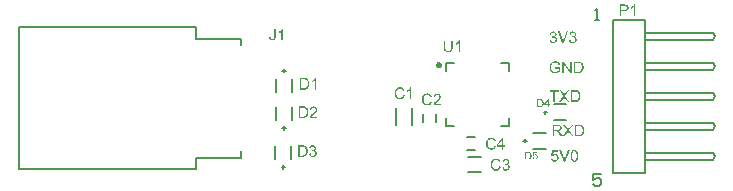
<source format=gto>
%FSTAX23Y23*%
%MOIN*%
%SFA1B1*%

%IPPOS*%
%ADD10C,0.009843*%
%ADD11C,0.007874*%
%ADD12C,0.006000*%
%LNpcb1-1*%
%LPD*%
G36*
X00391Y00149D02*
X00391D01*
X00391Y00149*
X00392Y00149*
X00392Y00149*
X00393Y00149*
X00393Y00149*
X00394Y00149*
X00395Y00149*
X00395Y00148*
X00396Y00148*
X00396Y00148*
X00396Y00148*
X00396Y00148*
X00396Y00148*
X00397Y00148*
X00397Y00148*
X00397Y00147*
X00397Y00147*
X00398Y00147*
X00398Y00147*
X00399Y00146*
X004Y00145*
X004Y00145*
X004Y00144*
X004Y00144*
X004Y00144*
X004Y00144*
X004Y00144*
X004Y00144*
X00401Y00143*
X00401Y00143*
X00401Y00143*
X00401Y00142*
X00401Y00142*
X00401Y00141*
X00401Y0014*
X00402Y0014*
X00402Y00139*
Y00139*
Y00139*
Y00139*
X00402Y00139*
Y00139*
X00401Y00139*
X00401Y00138*
X00401Y00138*
X00401Y00137*
X00401Y00136*
X00401Y00136*
X00401Y00136*
X004Y00135*
X004Y00135*
X004Y00135*
X004Y00135*
X004Y00135*
X004Y00135*
X004Y00134*
X004Y00134*
X00399Y00134*
X00399Y00134*
X00399Y00133*
X00399Y00133*
X00398Y00133*
X00398Y00133*
X00398Y00132*
X00397Y00132*
X00397Y00132*
X00396Y00132*
X00396*
X00396Y00132*
X00397Y00132*
X00397Y00131*
X00397Y00131*
X00397Y00131*
X00398Y00131*
X00398Y00131*
X00399Y00131*
X00399Y0013*
X00399Y0013*
X004Y0013*
X004Y0013*
X00401Y00129*
X00401Y00129*
X00402Y00128*
X00402Y00128*
X00402Y00128*
X00402Y00128*
X00402Y00128*
X00402Y00128*
X00402Y00127*
X00402Y00127*
X00402Y00127*
X00403Y00126*
X00403Y00126*
X00403Y00125*
X00403Y00125*
X00403Y00124*
X00403Y00124*
X00403Y00123*
X00403Y00122*
Y00122*
Y00122*
X00403Y00122*
X00403Y00121*
X00403Y00121*
X00403Y0012*
X00403Y0012*
X00403Y00119*
X00403Y00119*
X00403Y00118*
X00402Y00117*
X00402Y00116*
X00401Y00116*
X00401Y00115*
X004Y00114*
X004Y00114*
X004Y00114*
X004Y00114*
X00399Y00113*
X00399Y00113*
X00399Y00113*
X00398Y00113*
X00398Y00112*
X00397Y00112*
X00397Y00112*
X00396Y00111*
X00395Y00111*
X00394Y00111*
X00393Y00111*
X00392Y0011*
X00392Y0011*
X0039Y0011*
X0039*
X0039Y0011*
X0039Y0011*
X00389Y0011*
X00389Y0011*
X00388Y0011*
X00388Y00111*
X00387Y00111*
X00386Y00111*
X00386Y00111*
X00385Y00111*
X00384Y00112*
X00383Y00112*
X00383Y00113*
X00382Y00113*
X00382Y00113*
X00382Y00113*
X00382Y00114*
X00382Y00114*
X00381Y00114*
X00381Y00114*
X00381Y00115*
X0038Y00115*
X0038Y00116*
X0038Y00116*
X00379Y00117*
X00379Y00118*
X00379Y00119*
X00379Y00119*
X00378Y0012*
X00378Y00121*
X00383Y00122*
Y00122*
X00383Y00121*
X00383Y00121*
X00383Y00121*
X00383Y00121*
X00383Y0012*
X00384Y0012*
X00384Y00119*
X00384Y00118*
X00385Y00118*
X00385Y00117*
X00385Y00117*
X00385Y00116*
X00386Y00116*
X00386Y00116*
X00386Y00116*
X00386Y00116*
X00386Y00116*
X00386Y00115*
X00387Y00115*
X00387Y00115*
X00387Y00115*
X00387Y00115*
X00388Y00115*
X00388Y00115*
X00389Y00114*
X00389Y00114*
X0039Y00114*
X0039Y00114*
X00391Y00114*
X00391*
X00391Y00114*
X00391*
X00391Y00114*
X00392Y00114*
X00392Y00114*
X00392Y00114*
X00393Y00115*
X00393Y00115*
X00394Y00115*
X00394Y00115*
X00395Y00115*
X00395Y00116*
X00396Y00116*
X00396Y00116*
X00396Y00116*
X00396Y00117*
X00396Y00117*
X00396Y00117*
X00397Y00117*
X00397Y00117*
X00397Y00118*
X00397Y00118*
X00397Y00118*
X00398Y00119*
X00398Y00119*
X00398Y0012*
X00398Y0012*
X00398Y00121*
X00398Y00121*
X00398Y00122*
Y00122*
Y00122*
Y00122*
X00398Y00123*
X00398Y00123*
X00398Y00123*
X00398Y00124*
X00398Y00124*
X00398Y00124*
X00398Y00125*
X00398Y00125*
X00398Y00126*
X00397Y00126*
X00397Y00127*
X00397Y00127*
X00396Y00127*
X00396Y00127*
X00396Y00128*
X00396Y00128*
X00396Y00128*
X00396Y00128*
X00395Y00128*
X00395Y00128*
X00395Y00128*
X00394Y00129*
X00394Y00129*
X00394Y00129*
X00393Y00129*
X00393Y00129*
X00392Y00129*
X00392Y0013*
X00391Y0013*
X00391*
X0039Y0013*
X0039Y00129*
X0039Y00129*
X00389Y00129*
X00388Y00129*
X00388Y00129*
X00388Y00133*
X00388*
X00388Y00133*
X00388*
X00389Y00133*
X00389*
X00389Y00133*
X0039Y00133*
X0039Y00133*
X0039Y00133*
X00391Y00133*
X00391Y00133*
X00392Y00134*
X00392Y00134*
X00393Y00134*
X00393Y00134*
X00394Y00134*
X00394Y00135*
X00394Y00135*
X00394Y00135*
X00394Y00135*
X00395Y00135*
X00395Y00135*
X00395Y00135*
X00395Y00136*
X00395Y00136*
X00396Y00136*
X00396Y00137*
X00396Y00137*
X00396Y00137*
X00396Y00138*
X00397Y00138*
X00397Y00139*
X00397Y0014*
Y0014*
Y0014*
Y0014*
X00397Y0014*
X00397Y0014*
X00397Y0014*
X00397Y00141*
X00396Y00141*
X00396Y00142*
X00396Y00142*
X00396Y00142*
X00396Y00143*
X00395Y00143*
X00395Y00143*
X00395Y00144*
X00395Y00144*
X00395Y00144*
X00395Y00144*
X00395Y00144*
X00394Y00144*
X00394Y00144*
X00394Y00144*
X00394Y00145*
X00393Y00145*
X00393Y00145*
X00393Y00145*
X00392Y00145*
X00392Y00145*
X00391Y00145*
X00391Y00145*
X0039Y00145*
X0039*
X0039Y00145*
X0039Y00145*
X00389Y00145*
X00389Y00145*
X00389Y00145*
X00388Y00145*
X00388Y00145*
X00387Y00145*
X00387Y00145*
X00387Y00144*
X00386Y00144*
X00386Y00144*
X00386Y00144*
X00386Y00144*
X00386Y00144*
X00386Y00143*
X00385Y00143*
X00385Y00143*
X00385Y00143*
X00385Y00142*
X00385Y00142*
X00384Y00142*
X00384Y00141*
X00384Y00141*
X00384Y0014*
X00384Y0014*
X00384Y00139*
X00384Y00139*
X00379Y00139*
Y00139*
Y00139*
X00379Y0014*
X00379Y0014*
X00379Y0014*
X00379Y00141*
X00379Y00141*
X00379Y00142*
X0038Y00142*
X0038Y00143*
X0038Y00143*
X0038Y00144*
X00381Y00145*
X00381Y00145*
X00382Y00146*
X00382Y00146*
X00383Y00147*
X00383Y00147*
X00383Y00147*
X00383Y00147*
X00383Y00147*
X00384Y00147*
X00384Y00148*
X00384Y00148*
X00385Y00148*
X00385Y00148*
X00386Y00149*
X00387Y00149*
X00387Y00149*
X00388Y00149*
X00389Y00149*
X00389Y00149*
X0039Y00149*
X00391*
X00391Y00149*
G37*
G36*
X00356Y00149D02*
X00356D01*
X00357Y00149*
X00357*
X00358Y00149*
X0036Y00149*
X0036Y00149*
X00361Y00149*
X00361Y00149*
X00362Y00149*
X00362*
X00362Y00149*
X00362Y00149*
X00362Y00149*
X00362Y00148*
X00363Y00148*
X00363Y00148*
X00364Y00148*
X00364Y00148*
X00365Y00147*
X00366Y00147*
X00367Y00146*
X00367Y00146*
X00367Y00146*
X00367Y00146*
X00367Y00146*
X00368Y00145*
X00368Y00145*
X00368Y00145*
X00369Y00145*
X00369Y00144*
X00369Y00144*
X0037Y00143*
X0037Y00143*
X0037Y00142*
X00371Y00141*
X00371Y00141*
X00371Y0014*
X00372Y00139*
X00372Y00139*
X00372Y00139*
X00372Y00139*
X00372Y00139*
X00372Y00138*
X00372Y00138*
X00372Y00137*
X00372Y00137*
X00373Y00136*
X00373Y00135*
X00373Y00135*
X00373Y00134*
X00373Y00133*
X00373Y00132*
X00373Y00131*
X00373Y0013*
Y0013*
Y0013*
Y0013*
X00373Y0013*
Y00129*
X00373Y00129*
X00373Y00128*
X00373Y00128*
X00373Y00127*
X00373Y00126*
X00373Y00125*
X00373Y00124*
X00372Y00123*
Y00122*
X00372Y00122*
X00372Y00122*
X00372Y00122*
X00372Y00122*
X00372Y00121*
X00372Y00121*
X00371Y00121*
X00371Y0012*
X00371Y00119*
X0037Y00118*
X0037Y00117*
X0037Y00117*
X00369Y00117*
X00369Y00117*
X00369Y00117*
X00369Y00116*
X00369Y00116*
X00369Y00116*
X00368Y00115*
X00367Y00115*
X00367Y00114*
X00366Y00113*
X00366*
X00366Y00113*
X00366Y00113*
X00366Y00113*
X00366Y00113*
X00365Y00113*
X00365Y00113*
X00365Y00113*
X00364Y00113*
X00364Y00112*
X00364Y00112*
X00363Y00112*
X00362Y00112*
X00362Y00112*
X00361*
X00361Y00112*
X00361Y00111*
X00361Y00111*
X00361Y00111*
X0036Y00111*
X0036Y00111*
X0036Y00111*
X00359Y00111*
X00359Y00111*
X00358Y00111*
X00358Y00111*
X00357Y00111*
X00357Y00111*
X00355Y00111*
X00342*
Y00149*
X00355*
X00356Y00149*
G37*
G36*
X00267Y00512D02*
Y00512D01*
Y00511*
Y00511*
X00267Y00511*
Y00511*
X00267Y0051*
X00267Y0051*
X00267Y00509*
X00267Y00508*
X00267Y00508*
X00266Y00507*
X00266Y00506*
X00266Y00505*
X00266Y00505*
X00266Y00504*
Y00504*
X00266Y00504*
X00266Y00504*
X00266Y00504*
X00265Y00504*
X00265Y00503*
X00265Y00503*
X00265Y00503*
X00265Y00502*
X00264Y00502*
X00264Y00502*
X00264Y00501*
X00263Y00501*
X00263Y00501*
X00263Y00501*
X00262Y005*
X00262Y005*
X00262Y005*
X00262Y005*
X00262Y005*
X00261Y005*
X00261Y005*
X00261Y005*
X0026Y005*
X0026Y00499*
X0026Y00499*
X00259Y00499*
X00259Y00499*
X00258Y00499*
X00257Y00499*
X00257Y00499*
X00256Y00499*
X00256*
X00256Y00499*
X00255Y00499*
X00255Y00499*
X00254Y00499*
X00254Y00499*
X00253Y00499*
X00253Y00499*
X00252Y005*
X00251Y005*
X00251Y005*
X0025Y005*
X0025Y00501*
X00249Y00501*
X00248Y00502*
X00248Y00502*
X00248Y00502*
X00248Y00502*
X00248Y00502*
X00248Y00503*
X00248Y00503*
X00247Y00503*
X00247Y00504*
X00247Y00504*
X00247Y00505*
X00246Y00506*
X00246Y00507*
X00246Y00507*
X00246Y00508*
X00246Y00509*
Y0051*
X0025Y00511*
Y00511*
Y00511*
X00251Y00511*
X00251Y0051*
X00251Y0051*
X00251Y0051*
X00251Y00509*
X00251Y00509*
X00251Y00508*
X00251Y00507*
X00251Y00506*
X00252Y00506*
X00252Y00505*
X00252Y00505*
X00252Y00505*
X00252Y00505*
X00252Y00505*
X00252Y00505*
X00253Y00505*
X00253Y00504*
X00253Y00504*
X00253Y00504*
X00253Y00504*
X00254Y00504*
X00254Y00504*
X00254Y00504*
X00255Y00504*
X00255Y00503*
X00256Y00503*
X00256Y00503*
X00256*
X00257Y00503*
X00257*
X00257Y00503*
X00257Y00503*
X00258Y00504*
X00258Y00504*
X00259Y00504*
X00259Y00504*
X0026*
X0026Y00504*
X0026Y00504*
X0026Y00505*
X0026Y00505*
X00261Y00505*
X00261Y00506*
X00261Y00506*
X00261Y00507*
Y00507*
X00261Y00507*
X00261Y00507*
X00261Y00507*
X00262Y00507*
X00262Y00507*
X00262Y00508*
X00262Y00508*
X00262Y00508*
X00262Y00508*
X00262Y00509*
X00262Y00509*
X00262Y0051*
X00262Y0051*
X00262Y00511*
Y00511*
Y00538*
X00267*
Y00512*
G37*
G36*
X00291Y005D02*
X00286D01*
Y00529*
X00286Y00529*
X00286Y00529*
X00286Y00529*
X00286Y00529*
X00286Y00529*
X00286Y00529*
X00285Y00529*
X00285Y00528*
X00285Y00528*
X00285Y00528*
X00284Y00528*
X00284Y00527*
X00283Y00527*
X00283Y00527*
X00282Y00526*
X00282Y00526*
X00282Y00526*
X00282Y00526*
X00281Y00526*
X00281Y00526*
X00281Y00526*
X00281Y00525*
X0028Y00525*
X00279Y00525*
X00279Y00525*
X00278Y00524*
X00277Y00524*
Y00528*
X00277Y00528*
X00277Y00528*
X00277Y00529*
X00278Y00529*
X00278Y00529*
X00278Y00529*
X00279Y00529*
X00279Y0053*
X0028Y0053*
X0028Y0053*
X00282Y00531*
X00283Y00532*
X00284Y00533*
X00284Y00533*
X00284Y00533*
X00284Y00533*
X00284Y00533*
X00285Y00534*
X00285Y00534*
X00285Y00534*
X00285Y00534*
X00286Y00535*
X00286Y00535*
X00287Y00536*
X00288Y00537*
X00288Y00538*
X00288Y00538*
X00291*
Y005*
G37*
G36*
X01139Y00124D02*
X01129D01*
X01127Y00117*
X01127Y00117*
X01128Y00117*
X01128Y00117*
X01128Y00118*
X01128Y00118*
X01128Y00118*
X01129Y00118*
X01129Y00118*
X01129Y00118*
X0113Y00118*
X0113Y00119*
X0113Y00119*
X01131Y00119*
X01131Y00119*
X01132Y00119*
X01132Y00119*
X01132*
X01133Y00119*
X01133Y00119*
X01133Y00119*
X01133Y00119*
X01134Y00119*
X01134Y00119*
X01135Y00118*
X01135Y00118*
X01136Y00118*
X01136Y00118*
X01137Y00118*
X01137Y00117*
X01138Y00117*
X01138Y00117*
X01138Y00117*
X01138Y00116*
X01138Y00116*
X01138Y00116*
X01138Y00116*
X01139Y00116*
X01139Y00115*
X01139Y00115*
X01139Y00115*
X0114Y00114*
X0114Y00114*
X0114Y00113*
X0114Y00112*
X0114Y00112*
X0114Y00111*
X0114Y00111*
Y00111*
Y00111*
Y0011*
Y0011*
X0114Y0011*
X0114Y0011*
X0114Y0011*
X0114Y00109*
X0114Y00109*
X0114Y00109*
X0114Y00108*
X0114Y00108*
X0114Y00107*
X01139Y00107*
X01139Y00106*
X01139Y00106*
X01139Y00105*
X01138Y00105*
X01138Y00105*
X01138Y00104*
X01138Y00104*
X01138Y00104*
X01138Y00104*
X01137Y00104*
X01137Y00103*
X01136Y00103*
X01136Y00103*
X01136Y00102*
X01135Y00102*
X01134Y00102*
X01134Y00102*
X01133Y00102*
X01132Y00102*
X01131Y00101*
X01131*
X01131Y00102*
X01131Y00102*
X01131Y00102*
X0113Y00102*
X0113Y00102*
X01129Y00102*
X01129Y00102*
X01129Y00102*
X01128Y00102*
X01128Y00102*
X01127Y00103*
X01127Y00103*
X01126Y00103*
X01126Y00103*
X01126Y00103*
X01126Y00104*
X01126Y00104*
X01125Y00104*
X01125Y00104*
X01125Y00104*
X01125Y00105*
X01125Y00105*
X01124Y00105*
X01124Y00106*
X01124Y00106*
X01124Y00106*
X01124Y00107*
X01123Y00107*
X01123Y00108*
X01123Y00109*
X01127Y00109*
Y00109*
X01127Y00109*
X01127Y00109*
X01127Y00109*
X01127Y00108*
X01127Y00108*
X01127Y00108*
X01127Y00108*
X01127Y00107*
X01127Y00107*
X01127Y00106*
X01128Y00106*
X01128Y00106*
X01128Y00106*
X01128Y00105*
X01128Y00105*
X01128Y00105*
X01128Y00105*
X01129Y00105*
X01129Y00105*
X01129Y00105*
X01129Y00105*
X01129Y00105*
X01129Y00105*
X0113Y00104*
X0113Y00104*
X0113Y00104*
X01131Y00104*
X01131Y00104*
X01131Y00104*
X01131Y00104*
X01132*
X01132Y00104*
X01132*
X01132Y00104*
X01132Y00104*
X01133Y00104*
X01133Y00104*
X01133Y00104*
X01133Y00104*
X01134Y00105*
X01134Y00105*
X01134Y00105*
X01135Y00105*
X01135Y00105*
X01135Y00106*
X01135Y00106*
X01135Y00106*
X01136Y00106*
X01136Y00106*
X01136Y00106*
X01136Y00106*
X01136Y00107*
X01136Y00107*
X01136Y00107*
X01136Y00108*
X01137Y00108*
X01137Y00108*
X01137Y00109*
X01137Y00109*
X01137Y0011*
X01137Y0011*
Y0011*
Y0011*
X01137Y00111*
Y00111*
X01137Y00111*
X01137Y00111*
X01137Y00112*
X01137Y00112*
X01137Y00112*
X01137Y00113*
X01136Y00113*
X01136Y00113*
X01136Y00114*
X01136Y00114*
X01136Y00114*
X01135Y00115*
X01135Y00115*
X01135Y00115*
X01135Y00115*
X01135Y00115*
X01135Y00115*
X01135Y00115*
X01135Y00115*
X01134Y00115*
X01134Y00115*
X01134Y00116*
X01133Y00116*
X01133Y00116*
X01133Y00116*
X01132Y00116*
X01132Y00116*
X01131Y00116*
X01131*
X01131Y00116*
X01131*
X01131Y00116*
X01131Y00116*
X01131Y00116*
X0113Y00116*
X0113Y00116*
X01129Y00116*
X01129Y00115*
X01129*
X01129Y00115*
X01129Y00115*
X01129Y00115*
X01128Y00115*
X01128Y00115*
X01128Y00115*
X01127Y00114*
X01127Y00114*
X01127Y00114*
X01124Y00114*
X01126Y00127*
X01139*
Y00124*
G37*
G36*
X01108Y00127D02*
X01109D01*
X01109Y00127*
X01109*
X0111Y00127*
X01111Y00127*
X01111Y00127*
X01111Y00127*
X01112Y00127*
X01112Y00127*
X01112*
X01112Y00127*
X01112Y00127*
X01112Y00127*
X01113Y00127*
X01113Y00127*
X01113Y00127*
X01113Y00127*
X01114Y00126*
X01115Y00126*
X01115Y00126*
X01116Y00126*
X01116Y00125*
X01116Y00125*
X01116Y00125*
X01116Y00125*
X01116Y00125*
X01116Y00125*
X01117Y00125*
X01117Y00124*
X01117Y00124*
X01117Y00124*
X01117Y00123*
X01118Y00123*
X01118Y00123*
X01118Y00122*
X01118Y00122*
X01119Y00121*
X01119Y00121*
X01119Y00121*
X01119Y00121*
X01119Y00121*
X01119Y0012*
X01119Y0012*
X01119Y0012*
X01119Y0012*
X01119Y00119*
X01119Y00119*
X0112Y00118*
X0112Y00118*
X0112Y00117*
X0112Y00117*
X0112Y00116*
X0112Y00115*
X0112Y00115*
Y00115*
Y00115*
Y00115*
X0112Y00114*
Y00114*
X0112Y00114*
X0112Y00113*
X0112Y00113*
X0112Y00113*
X0112Y00112*
X0112Y00111*
X01119Y00111*
X01119Y0011*
Y0011*
X01119Y0011*
X01119Y00109*
X01119Y00109*
X01119Y00109*
X01119Y00109*
X01119Y00109*
X01119Y00108*
X01118Y00108*
X01118Y00107*
X01118Y00107*
X01117Y00106*
X01117Y00106*
X01117Y00106*
X01117Y00106*
X01117Y00106*
X01117Y00106*
X01117Y00105*
X01117Y00105*
X01116Y00105*
X01116Y00104*
X01116Y00104*
X01115Y00104*
X01115*
X01115Y00104*
X01115Y00104*
X01115Y00103*
X01115Y00103*
X01115Y00103*
X01114Y00103*
X01114Y00103*
X01114Y00103*
X01114Y00103*
X01114Y00103*
X01113Y00103*
X01113Y00103*
X01112Y00102*
X01112*
X01112Y00102*
X01112Y00102*
X01112Y00102*
X01112Y00102*
X01111Y00102*
X01111Y00102*
X01111Y00102*
X01111Y00102*
X0111Y00102*
X0111Y00102*
X0111Y00102*
X01109Y00102*
X01109Y00102*
X01108Y00102*
X01099*
Y00128*
X01108*
X01108Y00127*
G37*
G36*
X01177Y00286D02*
X0118D01*
Y00283*
X01177*
Y00277*
X01174*
Y00283*
X01162*
Y00286*
X01174Y00302*
X01177*
Y00286*
G37*
G36*
X01148Y00302D02*
X01149D01*
X01149Y00302*
X01149*
X0115Y00302*
X01151Y00302*
X01151Y00302*
X01152Y00302*
X01152Y00302*
X01152Y00302*
X01152*
X01152Y00302*
X01152Y00302*
X01153Y00302*
X01153Y00302*
X01153Y00302*
X01153Y00302*
X01154Y00302*
X01154Y00301*
X01155Y00301*
X01155Y00301*
X01156Y003*
X01156Y003*
X01156Y003*
X01156Y003*
X01156Y003*
X01156Y003*
X01156Y003*
X01157Y00299*
X01157Y00299*
X01157Y00299*
X01157Y00299*
X01158Y00298*
X01158Y00298*
X01158Y00298*
X01158Y00297*
X01159Y00297*
X01159Y00296*
X01159Y00296*
X01159Y00296*
X01159Y00296*
X01159Y00295*
X01159Y00295*
X01159Y00295*
X01159Y00295*
X01159Y00294*
X0116Y00294*
X0116Y00294*
X0116Y00293*
X0116Y00293*
X0116Y00292*
X0116Y00291*
X0116Y00291*
X0116Y0029*
X0116Y0029*
Y0029*
Y0029*
Y00289*
X0116Y00289*
Y00289*
X0116Y00289*
X0116Y00288*
X0116Y00288*
X0116Y00288*
X0116Y00287*
X0116Y00286*
X0116Y00285*
X01159Y00284*
Y00284*
X01159Y00284*
X01159Y00284*
X01159Y00284*
X01159Y00284*
X01159Y00284*
X01159Y00283*
X01159Y00283*
X01159Y00283*
X01158Y00282*
X01158Y00281*
X01158Y00281*
X01158Y00281*
X01158Y00281*
X01157Y00281*
X01157Y0028*
X01157Y0028*
X01157Y0028*
X01157Y0028*
X01157Y0028*
X01156Y00279*
X01156Y00279*
X01155Y00278*
X01155*
X01155Y00278*
X01155Y00278*
X01155Y00278*
X01155Y00278*
X01155Y00278*
X01155Y00278*
X01154Y00278*
X01154Y00278*
X01154Y00278*
X01154Y00278*
X01153Y00278*
X01153Y00277*
X01152Y00277*
X01152*
X01152Y00277*
X01152Y00277*
X01152Y00277*
X01152Y00277*
X01152Y00277*
X01151Y00277*
X01151Y00277*
X01151Y00277*
X0115Y00277*
X0115Y00277*
X0115Y00277*
X01149Y00277*
X01149Y00277*
X01148Y00277*
X01139*
Y00302*
X01148*
X01148Y00302*
G37*
G36*
X00987Y00174D02*
X00987Y00174D01*
X00987Y00174*
X00988Y00174*
X00989Y00174*
X00989Y00174*
X0099Y00174*
X00991Y00174*
X00992Y00173*
X00992Y00173*
X00993Y00173*
X00994Y00172*
X00995Y00172*
X00996Y00171*
X00996Y00171*
X00996Y00171*
X00996Y00171*
X00996Y00171*
X00997Y00171*
X00997Y0017*
X00997Y0017*
X00998Y00169*
X00998Y00169*
X00999Y00168*
X00999Y00167*
X01Y00167*
X01Y00166*
X01Y00165*
X01001Y00164*
X01001Y00163*
X00996Y00162*
X00996Y00162*
X00996Y00162*
X00996Y00162*
X00996Y00163*
X00996Y00163*
X00996Y00163*
X00995Y00164*
X00995Y00164*
X00995Y00165*
X00995Y00165*
X00994Y00166*
X00994Y00166*
X00994Y00167*
X00993Y00167*
X00993Y00168*
X00992Y00168*
X00992Y00168*
X00992Y00168*
X00992Y00168*
X00992Y00168*
X00992Y00169*
X00991Y00169*
X00991Y00169*
X0099Y00169*
X0099Y00169*
X0099Y00169*
X00989Y0017*
X00989Y0017*
X00988Y0017*
X00987Y0017*
X00987Y0017*
X00986Y0017*
X00985*
X00985Y0017*
X00985Y0017*
X00984Y0017*
X00984Y0017*
X00983Y0017*
X00983Y0017*
X00982Y00169*
X00982Y00169*
X00981Y00169*
X0098Y00169*
X0098Y00169*
X00979Y00168*
X00978Y00168*
X00978Y00168*
X00978Y00168*
X00978Y00168*
X00978Y00167*
X00978Y00167*
X00977Y00167*
X00977Y00167*
X00977Y00166*
X00977Y00166*
X00976Y00166*
X00976Y00165*
X00975Y00165*
X00975Y00164*
X00975Y00163*
X00975Y00163*
X00974Y00162*
Y00162*
X00974Y00162*
X00974Y00162*
X00974Y00162*
X00974Y00161*
X00974Y00161*
X00974Y0016*
X00974Y0016*
X00974Y00159*
X00974Y00159*
X00973Y00158*
X00973Y00158*
X00973Y00156*
X00973Y00156*
X00973Y00155*
Y00155*
Y00155*
Y00154*
X00973Y00154*
X00973Y00154*
X00973Y00153*
X00973Y00152*
X00973Y00152*
X00973Y00151*
X00973Y00151*
X00974Y00149*
X00974Y00148*
X00974Y00148*
X00974Y00147*
X00975Y00146*
X00975Y00146*
X00975Y00146*
X00975Y00146*
X00975Y00146*
X00975Y00145*
X00975Y00145*
X00975Y00145*
X00976Y00144*
X00976Y00144*
X00976Y00143*
X00977Y00143*
X00977Y00142*
X00977Y00142*
X00978Y00142*
X00978Y00141*
X00979Y00141*
X00979Y00141*
X00979Y00141*
X00979Y00141*
X0098Y00141*
X0098Y0014*
X0098Y0014*
X0098Y0014*
X00981Y0014*
X00981Y0014*
X00982Y0014*
X00982Y00139*
X00983Y00139*
X00984Y00139*
X00984Y00139*
X00985Y00139*
X00985Y00139*
X00986*
X00986Y00139*
X00986*
X00987Y00139*
X00987Y00139*
X00987Y00139*
X00988Y00139*
X00989Y00139*
X00989Y0014*
X0099Y0014*
X0099Y0014*
X00991Y0014*
X00992Y00141*
X00992Y00141*
X00993Y00141*
X00993Y00141*
X00993Y00142*
X00993Y00142*
X00993Y00142*
X00993Y00142*
X00994Y00142*
X00994Y00143*
X00994Y00143*
X00995Y00144*
X00995Y00144*
X00995Y00145*
X00996Y00146*
X00996Y00146*
X00996Y00147*
X00997Y00148*
X00997Y00149*
X01002Y00147*
Y00147*
X01002Y00147*
X01002Y00147*
X01002Y00147*
X01002Y00147*
X01002Y00147*
X01001Y00146*
X01001Y00146*
X01001Y00145*
X01001Y00145*
X01Y00144*
X01Y00143*
X01Y00142*
X00999Y00142*
X00999Y00141*
X00998Y0014*
X00997Y00139*
X00997Y00139*
X00996Y00138*
X00996Y00138*
X00996Y00138*
X00996Y00138*
X00995Y00137*
X00995Y00137*
X00994Y00137*
X00994Y00137*
X00993Y00136*
X00993Y00136*
X00992Y00136*
X00991Y00135*
X0099Y00135*
X00989Y00135*
X00988Y00135*
X00987Y00135*
X00986Y00135*
X00985*
X00985Y00135*
X00985*
X00984Y00135*
X00984Y00135*
X00983Y00135*
X00982Y00135*
X00982Y00135*
X00981Y00135*
X0098Y00136*
X00979Y00136*
X00978Y00136*
X00977Y00136*
X00977Y00137*
X00976Y00137*
X00976Y00137*
X00976Y00137*
X00975Y00137*
X00975Y00138*
X00975Y00138*
X00974Y00138*
X00974Y00139*
X00974Y00139*
X00973Y0014*
X00973Y0014*
X00972Y00141*
X00972Y00141*
X00971Y00142*
X00971Y00143*
X0097Y00144*
X0097Y00144*
Y00145*
X0097Y00145*
X0097Y00145*
X0097Y00145*
X0097Y00145*
X00969Y00146*
X00969Y00146*
X00969Y00147*
X00969Y00148*
X00969Y00148*
X00969Y00149*
X00968Y0015*
X00968Y00151*
X00968Y00152*
X00968Y00153*
X00968Y00154*
X00968Y00155*
Y00155*
Y00155*
Y00155*
Y00155*
Y00155*
X00968Y00155*
Y00156*
X00968Y00156*
X00968Y00157*
X00968Y00158*
X00968Y00158*
X00968Y00159*
X00968Y0016*
X00969Y00161*
X00969Y00162*
X00969Y00163*
X00969Y00163*
X0097Y00164*
X0097Y00165*
X0097Y00165*
X0097Y00165*
X0097Y00166*
X00971Y00166*
X00971Y00166*
X00971Y00167*
X00971Y00167*
X00972Y00168*
X00972Y00168*
X00973Y00169*
X00973Y00169*
X00974Y0017*
X00975Y0017*
X00975Y00171*
X00976Y00172*
X00977Y00172*
X00977Y00172*
X00977Y00172*
X00977Y00172*
X00977Y00172*
X00978Y00173*
X00978Y00173*
X00979Y00173*
X00979Y00173*
X0098Y00173*
X00981Y00174*
X00982Y00174*
X00982Y00174*
X00983Y00174*
X00984Y00174*
X00985Y00174*
X00986Y00174*
X00986*
X00987Y00174*
G37*
G36*
X01026Y00149D02*
X01031D01*
Y00144*
X01026*
Y00135*
X01021*
Y00144*
X01005*
Y00149*
X01022Y00174*
X01026*
Y00149*
G37*
G36*
X00857Y00476D02*
Y00476D01*
Y00476*
Y00476*
Y00476*
Y00476*
Y00476*
X00857Y00475*
Y00475*
X00857Y00474*
X00857Y00474*
X00857Y00473*
X00857Y00472*
X00857Y00472*
X00857Y0047*
X00856Y00469*
X00856Y00469*
X00856Y00468*
X00856Y00467*
X00856Y00467*
X00856Y00467*
X00856Y00467*
X00856Y00467*
X00855Y00466*
X00855Y00466*
X00855Y00466*
X00855Y00465*
X00854Y00465*
X00854Y00464*
X00854Y00464*
X00853Y00463*
X00853Y00463*
X00852Y00462*
X00852Y00462*
X00851Y00462*
X00851Y00462*
X00851Y00461*
X00851Y00461*
X0085Y00461*
X0085Y00461*
X0085Y00461*
X00849Y00461*
X00849Y00461*
X00848Y0046*
X00847Y0046*
X00847Y0046*
X00846Y0046*
X00845Y0046*
X00844Y0046*
X00843Y0046*
X00842Y00459*
X00842*
X00841Y0046*
X00841Y0046*
X0084Y0046*
X0084Y0046*
X00839Y0046*
X00838Y0046*
X00838Y0046*
X00837Y0046*
X00836Y0046*
X00835Y0046*
X00835Y00461*
X00834Y00461*
X00833Y00461*
X00833Y00461*
X00833Y00461*
X00833Y00462*
X00833Y00462*
X00832Y00462*
X00832Y00462*
X00832Y00462*
X00831Y00463*
X00831Y00463*
X00831Y00463*
X0083Y00464*
X0083Y00464*
X00829Y00465*
X00829Y00465*
X00829Y00466*
X00828Y00467*
X00828Y00467*
X00828Y00467*
X00828Y00467*
X00828Y00467*
X00828Y00468*
X00828Y00468*
X00828Y00469*
X00828Y00469*
X00828Y0047*
X00827Y00471*
X00827Y00471*
X00827Y00472*
X00827Y00473*
X00827Y00474*
X00827Y00475*
X00827Y00476*
Y00498*
X00832*
Y00476*
Y00476*
Y00476*
Y00476*
X00832Y00476*
Y00475*
X00832Y00475*
X00832Y00474*
X00832Y00474*
X00832Y00473*
X00832Y00472*
X00832Y00471*
X00833Y00471*
X00833Y0047*
X00833Y00469*
X00833Y00469*
Y00469*
X00833Y00469*
X00833Y00469*
X00833Y00469*
X00833Y00468*
X00833Y00468*
X00834Y00468*
X00834Y00467*
X00834Y00467*
X00835Y00466*
X00835Y00466*
X00835Y00466*
X00836Y00466*
X00836Y00465*
X00836*
X00836Y00465*
X00836Y00465*
X00837Y00465*
X00837Y00465*
X00837Y00465*
X00837Y00465*
X00838Y00465*
X00838Y00465*
X00839Y00464*
X00839Y00464*
X00839Y00464*
X0084Y00464*
X00841Y00464*
X00841Y00464*
X00842Y00464*
X00842*
X00842Y00464*
X00843*
X00843Y00464*
X00844Y00464*
X00844Y00464*
X00845Y00464*
X00845Y00464*
X00846Y00465*
X00847Y00465*
X00847Y00465*
X00848Y00465*
X00849Y00466*
X00849Y00466*
X0085Y00467*
X0085Y00467*
X0085Y00467*
X0085Y00467*
X0085Y00467*
X0085Y00467*
X0085Y00468*
X00851Y00468*
X00851Y00469*
X00851Y00469*
X00851Y0047*
X00852Y00471*
X00852Y00472*
X00852Y00473*
X00852Y00474*
X00852Y00475*
X00852Y00476*
Y00498*
X00857*
Y00476*
G37*
G36*
X00881Y0046D02*
X00877D01*
Y0049*
X00877Y0049*
X00877Y0049*
X00877Y0049*
X00876Y0049*
X00876Y0049*
X00876Y00489*
X00876Y00489*
X00875Y00489*
X00875Y00489*
X00875Y00489*
X00874Y00488*
X00874Y00488*
X00874Y00488*
X00873Y00487*
X00872Y00487*
X00872Y00487*
X00872Y00487*
X00872Y00487*
X00872Y00487*
X00871Y00486*
X00871Y00486*
X00871Y00486*
X00871Y00486*
X0087Y00486*
X00869Y00485*
X00868Y00485*
X00867Y00484*
Y00489*
X00867Y00489*
X00867Y00489*
X00868Y00489*
X00868Y00489*
X00868Y00489*
X00869Y0049*
X00869Y0049*
X0087Y0049*
X0087Y00491*
X00871Y00491*
X00872Y00492*
X00873Y00492*
X00874Y00493*
X00874Y00493*
X00874Y00494*
X00874Y00494*
X00875Y00494*
X00875Y00494*
X00875Y00494*
X00875Y00495*
X00876Y00495*
X00876Y00495*
X00876Y00496*
X00877Y00497*
X00878Y00498*
X00878Y00498*
X00878Y00499*
X00881*
Y0046*
G37*
G36*
X00394Y00279D02*
X00394Y00279D01*
X00395Y00279*
X00395Y00279*
X00396Y00279*
X00396Y00279*
X00397Y00278*
X00398Y00278*
X00399Y00278*
X00399Y00278*
X004Y00277*
X00401Y00277*
X00401Y00276*
X00402Y00276*
X00402Y00276*
X00402Y00276*
X00402Y00276*
X00402Y00275*
X00403Y00275*
X00403Y00275*
X00403Y00274*
X00404Y00274*
X00404Y00273*
X00404Y00273*
X00404Y00272*
X00405Y00271*
X00405Y00271*
X00405Y0027*
X00405Y00269*
X00405Y00268*
Y00268*
Y00268*
Y00268*
Y00268*
X00405Y00268*
X00405Y00268*
X00405Y00267*
X00405Y00267*
X00405Y00266*
X00405Y00265*
X00405Y00265*
X00404Y00264*
Y00264*
X00404Y00264*
X00404Y00264*
X00404Y00263*
X00404Y00263*
X00404Y00263*
X00404Y00263*
X00404Y00262*
X00403Y00262*
X00403Y00262*
X00403Y00261*
X00402Y0026*
X00402Y0026*
X00402Y0026*
X00401Y00259*
X00401Y00259*
X00401Y00259*
X00401Y00259*
X00401Y00259*
X004Y00258*
X004Y00258*
X004Y00258*
X00399Y00257*
X00399Y00257*
X00398Y00256*
X00398Y00256*
X00397Y00255*
X00396Y00255*
X00396Y00254*
X00395Y00253*
X00394Y00252*
X00394Y00252*
X00394Y00252*
X00393Y00252*
X00393Y00252*
X00393Y00252*
X00392Y00251*
X00392Y00251*
X00392Y0025*
X00391Y0025*
X0039Y00249*
X0039Y00249*
X00389Y00248*
X00389Y00248*
X00389Y00248*
X00388Y00248*
X00388Y00248*
X00388Y00247*
X00388Y00247*
X00388Y00247*
X00387Y00246*
X00387Y00246*
X00387Y00246*
X00386Y00245*
X00405*
Y00241*
X0038*
Y00241*
Y00241*
Y00241*
Y00241*
Y00241*
X0038Y00241*
X0038Y00242*
X0038Y00242*
X0038Y00243*
X0038Y00243*
X0038Y00244*
Y00244*
X00381Y00244*
X00381Y00244*
X00381Y00244*
X00381Y00244*
X00381Y00245*
X00381Y00245*
X00381Y00245*
X00381Y00246*
X00382Y00246*
X00382Y00247*
X00383Y00248*
X00384Y00249*
X00384Y00249*
X00384Y00249*
X00384Y00249*
X00384Y00249*
X00384Y0025*
X00384Y0025*
X00385Y0025*
X00385Y00251*
X00386Y00251*
X00386Y00251*
X00386Y00252*
X00387Y00252*
X00388Y00253*
X00388Y00253*
X00389Y00254*
X0039Y00255*
X0039Y00255*
X0039Y00255*
X0039Y00255*
X0039Y00255*
X0039Y00255*
X0039Y00255*
X00391Y00256*
X00391Y00256*
X00392Y00256*
X00392Y00257*
X00393Y00258*
X00394Y00258*
X00395Y00259*
X00395Y0026*
X00396Y0026*
X00397Y00261*
X00397Y00262*
X00398Y00262*
X00398Y00263*
X00398Y00263*
X00398Y00263*
X00398Y00263*
X00398Y00263*
X00399Y00264*
X00399Y00264*
X00399Y00264*
X00399Y00265*
X00399Y00265*
X004Y00265*
X004Y00266*
X004Y00267*
X004Y00267*
X004Y00268*
X004Y00268*
Y00268*
Y00269*
Y00269*
X004Y00269*
X004Y00269*
X004Y00269*
X004Y0027*
X004Y0027*
X004Y0027*
X004Y00271*
X004Y00271*
X00399Y00272*
X00399Y00272*
X00399Y00272*
X00399Y00273*
X00398Y00273*
X00398Y00273*
X00398Y00273*
X00398Y00273*
X00398Y00273*
X00398Y00274*
X00398Y00274*
X00397Y00274*
X00397Y00274*
X00397Y00274*
X00396Y00274*
X00396Y00275*
X00395Y00275*
X00395Y00275*
X00394Y00275*
X00394Y00275*
X00393Y00275*
X00393*
X00393Y00275*
X00392Y00275*
X00392Y00275*
X00392Y00275*
X00391Y00275*
X00391Y00275*
X0039Y00275*
X0039Y00274*
X00389Y00274*
X00389Y00274*
X00389Y00274*
X00388Y00273*
X00388Y00273*
X00388Y00273*
X00388Y00273*
X00387Y00273*
X00387Y00273*
X00387Y00272*
X00387Y00272*
X00387Y00272*
X00387Y00272*
X00386Y00271*
X00386Y00271*
X00386Y0027*
X00386Y0027*
X00386Y00269*
X00386Y00269*
X00386Y00268*
X00386Y00267*
X00381Y00268*
Y00268*
Y00268*
X00381Y00268*
Y00268*
X00381Y00268*
X00381Y00269*
X00381Y00269*
X00381Y0027*
X00381Y0027*
X00381Y00271*
X00382Y00272*
X00382Y00272*
X00382Y00273*
X00383Y00274*
X00383Y00274*
X00383Y00275*
X00384Y00276*
X00385Y00276*
X00385Y00276*
X00385Y00276*
X00385Y00276*
X00385Y00277*
X00385Y00277*
X00386Y00277*
X00386Y00277*
X00387Y00278*
X00387Y00278*
X00388Y00278*
X00389Y00278*
X0039Y00279*
X0039Y00279*
X00391Y00279*
X00392Y00279*
X00393Y00279*
X00393*
X00394Y00279*
G37*
G36*
X00358Y00279D02*
X00358D01*
X00359Y00279*
X00359*
X00361Y00279*
X00362Y00279*
X00362Y00279*
X00363Y00279*
X00363Y00278*
X00364Y00278*
X00364*
X00364Y00278*
X00364Y00278*
X00364Y00278*
X00365Y00278*
X00365Y00278*
X00365Y00278*
X00366Y00278*
X00367Y00277*
X00368Y00277*
X00368Y00276*
X00369Y00276*
X00369Y00276*
X00369Y00276*
X0037Y00275*
X0037Y00275*
X0037Y00275*
X0037Y00275*
X0037Y00275*
X00371Y00274*
X00371Y00274*
X00371Y00273*
X00372Y00273*
X00372Y00272*
X00373Y00272*
X00373Y00271*
X00373Y0027*
X00374Y0027*
X00374Y00269*
X00374Y00269*
X00374Y00269*
X00374Y00269*
X00374Y00268*
X00374Y00268*
X00374Y00267*
X00375Y00267*
X00375Y00266*
X00375Y00266*
X00375Y00265*
X00375Y00264*
X00375Y00263*
X00375Y00263*
X00375Y00262*
X00375Y00261*
X00375Y0026*
Y0026*
Y0026*
Y00259*
X00375Y00259*
Y00259*
X00375Y00258*
X00375Y00258*
X00375Y00257*
X00375Y00257*
X00375Y00256*
X00375Y00255*
X00375Y00253*
X00374Y00252*
Y00252*
X00374Y00252*
X00374Y00252*
X00374Y00252*
X00374Y00251*
X00374Y00251*
X00374Y00251*
X00374Y0025*
X00373Y00249*
X00373Y00248*
X00372Y00247*
X00372Y00247*
X00372Y00247*
X00372Y00246*
X00372Y00246*
X00372Y00246*
X00371Y00246*
X00371Y00246*
X00371Y00245*
X0037Y00245*
X0037Y00244*
X00369Y00244*
X00368Y00243*
X00368*
X00368Y00243*
X00368Y00243*
X00368Y00243*
X00368Y00243*
X00368Y00243*
X00367Y00243*
X00367Y00242*
X00367Y00242*
X00366Y00242*
X00366Y00242*
X00366Y00242*
X00365Y00241*
X00364Y00241*
X00364*
X00364Y00241*
X00363Y00241*
X00363Y00241*
X00363Y00241*
X00363Y00241*
X00362Y00241*
X00362Y00241*
X00362Y00241*
X00361Y00241*
X00361Y00241*
X0036Y00241*
X00359Y00241*
X00359Y00241*
X00358Y00241*
X00344*
Y00279*
X00358*
X00358Y00279*
G37*
G36*
X00402Y00335D02*
X00397D01*
Y00365*
X00397Y00365*
X00397Y00365*
X00397Y00365*
X00397Y00365*
X00397Y00365*
X00396Y00364*
X00396Y00364*
X00396Y00364*
X00396Y00364*
X00395Y00363*
X00395Y00363*
X00394Y00363*
X00394Y00363*
X00394Y00362*
X00393Y00362*
X00393Y00362*
X00392Y00362*
X00392Y00362*
X00392Y00361*
X00392Y00361*
X00392Y00361*
X00391Y00361*
X00391Y00361*
X0039Y0036*
X00389Y0036*
X00388Y0036*
X00388Y00359*
Y00364*
X00388Y00364*
X00388Y00364*
X00388Y00364*
X00388Y00364*
X00389Y00364*
X00389Y00365*
X00389Y00365*
X0039Y00365*
X0039Y00365*
X00391Y00366*
X00392Y00367*
X00393Y00367*
X00395Y00368*
X00395Y00368*
X00395Y00368*
X00395Y00369*
X00395Y00369*
X00395Y00369*
X00396Y00369*
X00396Y0037*
X00396Y0037*
X00396Y0037*
X00397Y00371*
X00398Y00372*
X00398Y00373*
X00398Y00373*
X00399Y00373*
X00402*
Y00335*
G37*
G36*
X00362Y00373D02*
X00362D01*
X00362Y00373*
X00363*
X00364Y00373*
X00365Y00373*
X00366Y00373*
X00366Y00373*
X00367Y00373*
X00367Y00373*
X00367*
X00367Y00373*
X00368Y00373*
X00368Y00373*
X00368Y00373*
X00368Y00372*
X00369Y00372*
X00369Y00372*
X0037Y00372*
X00371Y00371*
X00372Y00371*
X00372Y0037*
X00373Y0037*
X00373Y0037*
X00373Y0037*
X00373Y0037*
X00373Y0037*
X00374Y00369*
X00374Y00369*
X00374Y00369*
X00375Y00368*
X00375Y00368*
X00375Y00367*
X00376Y00367*
X00376Y00366*
X00376Y00366*
X00377Y00365*
X00377Y00364*
X00377Y00363*
X00377Y00363*
X00377Y00363*
X00378Y00363*
X00378Y00363*
X00378Y00362*
X00378Y00362*
X00378Y00361*
X00378Y00361*
X00378Y0036*
X00378Y00359*
X00379Y00359*
X00379Y00358*
X00379Y00357*
X00379Y00356*
X00379Y00355*
X00379Y00354*
Y00354*
Y00354*
Y00354*
X00379Y00354*
Y00353*
X00379Y00353*
X00379Y00352*
X00379Y00352*
X00379Y00351*
X00379Y00351*
X00379Y00349*
X00378Y00348*
X00378Y00347*
Y00347*
X00378Y00346*
X00378Y00346*
X00378Y00346*
X00378Y00346*
X00378Y00345*
X00377Y00345*
X00377Y00345*
X00377Y00344*
X00376Y00343*
X00376Y00342*
X00375Y00341*
X00375Y00341*
X00375Y00341*
X00375Y00341*
X00375Y00341*
X00375Y0034*
X00375Y0034*
X00374Y0034*
X00374Y00339*
X00373Y00339*
X00372Y00338*
X00372Y00338*
X00372*
X00372Y00337*
X00372Y00337*
X00371Y00337*
X00371Y00337*
X00371Y00337*
X00371Y00337*
X00371Y00337*
X0037Y00337*
X0037Y00337*
X00369Y00336*
X00369Y00336*
X00368Y00336*
X00367Y00336*
X00367*
X00367Y00336*
X00367Y00336*
X00367Y00336*
X00367Y00336*
X00366Y00335*
X00366Y00335*
X00365Y00335*
X00365Y00335*
X00365Y00335*
X00364Y00335*
X00363Y00335*
X00363Y00335*
X00362Y00335*
X00361Y00335*
X00347*
Y00373*
X00361*
X00362Y00373*
G37*
G36*
X01232Y00095D02*
X01227D01*
X01212Y00133*
X01218*
X01228Y00106*
X01228Y00106*
X01228Y00105*
X01228Y00105*
X01228Y00105*
X01228Y00105*
X01228Y00104*
X01228Y00104*
X01228Y00104*
X01229Y00103*
X01229Y00103*
X01229Y00102*
X01229Y001*
X0123Y00099*
Y00099*
X0123Y00099*
X0123Y001*
X0123Y001*
X0123Y001*
X0123Y001*
X0123Y00101*
X0123Y00101*
X0123Y00102*
X01231Y00102*
X01231Y00103*
X01231Y00103*
X01231Y00104*
X01232Y00106*
X01242Y00133*
X01247*
X01232Y00095*
G37*
G36*
X01208Y00128D02*
X01193D01*
X01191Y00118*
X01191Y00118*
X01191Y00118*
X01191Y00118*
X01191Y00119*
X01192Y00119*
X01192Y00119*
X01192Y00119*
X01193Y00119*
X01193Y0012*
X01194Y0012*
X01195Y0012*
X01195Y0012*
X01196Y0012*
X01197Y0012*
X01197Y00121*
X01198Y00121*
X01198*
X01198Y00121*
X01199Y00121*
X01199Y0012*
X012Y0012*
X012Y0012*
X01201Y0012*
X01202Y0012*
X01202Y0012*
X01203Y00119*
X01204Y00119*
X01204Y00119*
X01205Y00118*
X01206Y00118*
X01206Y00117*
X01206Y00117*
X01207Y00117*
X01207Y00117*
X01207Y00116*
X01207Y00116*
X01208Y00116*
X01208Y00115*
X01208Y00115*
X01209Y00114*
X01209Y00113*
X01209Y00113*
X01209Y00112*
X0121Y00111*
X0121Y0011*
X0121Y00109*
X0121Y00108*
Y00108*
Y00108*
Y00108*
Y00108*
X0121Y00108*
X0121Y00107*
X0121Y00107*
X0121Y00106*
X0121Y00106*
X0121Y00105*
X01209Y00104*
X01209Y00104*
X01209Y00103*
X01209Y00102*
X01208Y00101*
X01208Y00101*
X01207Y001*
X01207Y00099*
X01207Y00099*
X01207Y00099*
X01206Y00099*
X01206Y00098*
X01206Y00098*
X01205Y00098*
X01205Y00097*
X01204Y00097*
X01204Y00096*
X01203Y00096*
X01202Y00096*
X01201Y00095*
X012Y00095*
X01199Y00095*
X01198Y00095*
X01197Y00095*
X01197*
X01196Y00095*
X01196Y00095*
X01195Y00095*
X01195Y00095*
X01194Y00095*
X01194Y00095*
X01193Y00095*
X01192Y00095*
X01192Y00095*
X01191Y00096*
X0119Y00096*
X0119Y00096*
X01189Y00097*
X01188Y00097*
X01188Y00097*
X01188Y00098*
X01188Y00098*
X01188Y00098*
X01187Y00098*
X01187Y00099*
X01187Y00099*
X01187Y00099*
X01186Y001*
X01186Y00101*
X01186Y00101*
X01185Y00102*
X01185Y00103*
X01185Y00103*
X01185Y00104*
X01185Y00105*
X01189Y00106*
Y00106*
X01189Y00105*
X01189Y00105*
X0119Y00105*
X0119Y00105*
X0119Y00104*
X0119Y00104*
X0119Y00104*
X0119Y00103*
X0119Y00102*
X01191Y00102*
X01191Y00101*
X01191Y00101*
X01192Y00101*
X01192Y001*
X01192Y001*
X01192Y001*
X01192Y001*
X01192Y001*
X01193Y001*
X01193Y001*
X01193Y00099*
X01193Y00099*
X01194Y00099*
X01194Y00099*
X01194Y00099*
X01195Y00099*
X01195Y00099*
X01196Y00098*
X01196Y00098*
X01197Y00098*
X01197*
X01197Y00098*
X01197*
X01198Y00098*
X01198Y00099*
X01198Y00099*
X01199Y00099*
X01199Y00099*
X012Y00099*
X012Y00099*
X01201Y00099*
X01201Y001*
X01202Y001*
X01202Y001*
X01203Y00101*
X01203Y00101*
X01203Y00101*
X01203Y00101*
X01203Y00101*
X01203Y00102*
X01203Y00102*
X01204Y00102*
X01204Y00103*
X01204Y00103*
X01204Y00104*
X01204Y00104*
X01205Y00105*
X01205Y00106*
X01205Y00106*
X01205Y00107*
X01205Y00108*
Y00108*
Y00108*
X01205Y00108*
Y00108*
X01205Y00109*
X01205Y00109*
X01205Y0011*
X01205Y0011*
X01205Y00111*
X01204Y00111*
X01204Y00112*
X01204Y00112*
X01204Y00113*
X01203Y00113*
X01203Y00114*
X01203Y00114*
X01203Y00114*
X01203Y00114*
X01202Y00114*
X01202Y00114*
X01202Y00115*
X01202Y00115*
X01201Y00115*
X01201Y00115*
X01201Y00115*
X012Y00116*
X012Y00116*
X01199Y00116*
X01199Y00116*
X01198Y00116*
X01197Y00116*
X01197Y00116*
X01197*
X01196Y00116*
X01196*
X01196Y00116*
X01196Y00116*
X01195Y00116*
X01195Y00116*
X01194Y00116*
X01193Y00116*
X01193Y00115*
X01193*
X01193Y00115*
X01192Y00115*
X01192Y00115*
X01192Y00115*
X01192Y00115*
X01191Y00114*
X01191Y00114*
X0119Y00113*
X0119Y00113*
X01185Y00113*
X01189Y00133*
X01208*
Y00128*
G37*
G36*
X01263Y00134D02*
X01263D01*
X01264Y00134*
X01264Y00134*
X01264Y00133*
X01265Y00133*
X01266Y00133*
X01267Y00133*
X01267Y00133*
X01268Y00132*
X01268*
X01268Y00132*
X01268Y00132*
X01268Y00132*
X01268Y00132*
X01269Y00132*
X01269Y00132*
X01269Y00131*
X0127Y00131*
X0127Y0013*
X01271Y0013*
X01272Y00129*
X01272Y00129*
X01272Y00129*
X01272Y00129*
X01272Y00128*
X01272Y00128*
X01272Y00128*
X01272Y00128*
X01273Y00127*
X01273Y00127*
X01273Y00126*
X01273Y00126*
X01273Y00125*
X01274Y00125*
X01274Y00124*
X01274Y00124*
X01274Y00123*
Y00123*
X01274Y00123*
X01274Y00123*
X01274Y00122*
X01274Y00122*
X01274Y00122*
X01274Y00121*
X01275Y00121*
X01275Y0012*
X01275Y00119*
X01275Y00119*
X01275Y00118*
X01275Y00117*
X01275Y00116*
X01275Y00115*
Y00114*
Y00114*
Y00114*
Y00114*
Y00114*
Y00114*
Y00113*
X01275Y00113*
Y00113*
X01275Y00112*
X01275Y00112*
X01275Y00111*
X01275Y0011*
X01275Y00109*
X01275Y00108*
X01274Y00107*
X01274Y00106*
X01274Y00105*
X01274Y00104*
X01274Y00103*
X01274Y00103*
X01274Y00103*
X01273Y00103*
X01273Y00102*
X01273Y00102*
X01273Y00102*
X01273Y00101*
X01273Y00101*
X01272Y001*
X01272Y001*
X01272Y00099*
X01271Y00099*
X01271Y00098*
X0127Y00098*
X0127Y00097*
X01269Y00097*
X01269Y00097*
X01269Y00097*
X01269Y00097*
X01269Y00096*
X01269Y00096*
X01268Y00096*
X01268Y00096*
X01268Y00096*
X01267Y00095*
X01266Y00095*
X01266Y00095*
X01265Y00095*
X01265Y00095*
X01264Y00095*
X01263Y00095*
X01262Y00095*
X01262*
X01262Y00095*
X01262Y00095*
X01261Y00095*
X01261Y00095*
X0126Y00095*
X01259Y00095*
X01259Y00095*
X01258Y00095*
X01257Y00096*
X01256Y00096*
X01256Y00097*
X01255Y00097*
X01254Y00098*
X01254Y00098*
Y00098*
X01254Y00098*
X01254Y00099*
X01254Y00099*
X01254Y00099*
X01253Y00099*
X01253Y00099*
X01253Y00099*
X01253Y001*
X01253Y001*
X01253Y001*
X01253Y00101*
X01252Y00101*
X01252Y00101*
X01252Y00102*
X01252Y00102*
X01252Y00103*
X01252Y00103*
X01251Y00104*
X01251Y00104*
X01251Y00105*
X01251Y00106*
X01251Y00106*
X01251Y00107*
X0125Y00108*
X0125Y00109*
X0125Y00109*
X0125Y0011*
X0125Y00111*
X0125Y00112*
X0125Y00113*
Y00114*
Y00114*
Y00114*
Y00114*
Y00114*
Y00115*
Y00115*
X0125Y00115*
Y00115*
X0125Y00116*
X0125Y00116*
X0125Y00117*
X0125Y00118*
X0125Y00119*
X0125Y0012*
X01251Y00122*
X01251Y00122*
X01251Y00123*
X01251Y00124*
X01251Y00125*
X01251Y00125*
X01251Y00125*
X01252Y00125*
X01252Y00126*
X01252Y00126*
X01252Y00126*
X01252Y00127*
X01252Y00127*
X01253Y00128*
X01253Y00128*
X01253Y00129*
X01254Y00129*
X01254Y0013*
X01255Y0013*
X01255Y00131*
X01256Y00131*
X01256Y00131*
X01256Y00131*
X01256Y00132*
X01256Y00132*
X01256Y00132*
X01257Y00132*
X01257Y00132*
X01257Y00133*
X01258Y00133*
X01258Y00133*
X01259Y00133*
X0126Y00133*
X0126Y00133*
X01261Y00134*
X01262Y00134*
X01262Y00134*
X01263*
X01263Y00134*
G37*
G36*
X01232Y00315D02*
X01246Y00295D01*
X0124*
X0123Y00308*
X0123Y00308*
X0123Y00308*
X0123Y00309*
X0123Y00309*
X0123Y00309*
X01229Y0031*
X01229Y0031*
Y0031*
X01229Y0031*
X01229Y0031*
X01229Y0031*
X01228Y0031*
X01228Y00309*
X01228Y00309*
X01228Y00309*
X01227Y00308*
X01227Y00308*
X01217Y00295*
X01211*
X01226Y00314*
X01213Y00333*
X01219*
X01226Y00323*
X01226Y00323*
X01226Y00323*
X01226Y00323*
X01226Y00323*
X01227Y00322*
X01227Y00322*
X01227Y00322*
X01227Y00321*
X01228Y00321*
X01228Y0032*
X01229Y00319*
X01229Y00319*
X01229Y00318*
X01229Y00318*
X01229Y00318*
X01229Y00319*
X01229Y00319*
X01229Y00319*
X0123Y00319*
X0123Y00319*
X0123Y0032*
X0123Y0032*
X01231Y00321*
X01231Y00322*
X01232Y00323*
X0124Y00333*
X01245*
X01232Y00315*
G37*
G36*
X01265Y00333D02*
X01266D01*
X01266Y00333*
X01267*
X01268Y00333*
X01269Y00333*
X01269Y00333*
X0127Y00332*
X0127Y00332*
X01271Y00332*
X01271*
X01271Y00332*
X01271Y00332*
X01271Y00332*
X01272Y00332*
X01272Y00332*
X01272Y00332*
X01273Y00332*
X01274Y00331*
X01275Y00331*
X01276Y0033*
X01276Y0033*
X01276Y0033*
X01276Y0033*
X01277Y00329*
X01277Y00329*
X01277Y00329*
X01277Y00329*
X01277Y00329*
X01278Y00328*
X01278Y00328*
X01279Y00327*
X01279Y00327*
X01279Y00326*
X0128Y00326*
X0128Y00325*
X0128Y00324*
X01281Y00324*
X01281Y00323*
X01281Y00323*
X01281Y00323*
X01281Y00323*
X01281Y00322*
X01281Y00322*
X01281Y00321*
X01282Y00321*
X01282Y0032*
X01282Y0032*
X01282Y00319*
X01282Y00318*
X01282Y00317*
X01282Y00317*
X01282Y00316*
X01282Y00315*
X01282Y00314*
Y00314*
Y00314*
Y00313*
X01282Y00313*
Y00313*
X01282Y00312*
X01282Y00312*
X01282Y00311*
X01282Y00311*
X01282Y0031*
X01282Y00309*
X01282Y00307*
X01281Y00306*
Y00306*
X01281Y00306*
X01281Y00306*
X01281Y00306*
X01281Y00305*
X01281Y00305*
X01281Y00305*
X01281Y00304*
X0128Y00303*
X0128Y00302*
X01279Y00301*
X01279Y00301*
X01279Y00301*
X01279Y003*
X01279Y003*
X01279Y003*
X01278Y003*
X01278Y003*
X01278Y00299*
X01277Y00299*
X01277Y00298*
X01276Y00298*
X01275Y00297*
X01275*
X01275Y00297*
X01275Y00297*
X01275Y00297*
X01275Y00297*
X01275Y00297*
X01274Y00296*
X01274Y00296*
X01274Y00296*
X01273Y00296*
X01273Y00296*
X01273Y00296*
X01272Y00295*
X01271Y00295*
X01271*
X01271Y00295*
X0127Y00295*
X0127Y00295*
X0127Y00295*
X0127Y00295*
X01269Y00295*
X01269Y00295*
X01269Y00295*
X01268Y00295*
X01268Y00295*
X01267Y00295*
X01266Y00295*
X01266Y00295*
X01265Y00295*
X01251*
Y00333*
X01265*
X01265Y00333*
G37*
G36*
X0121Y00328D02*
X01197D01*
Y00295*
X01192*
Y00328*
X0118*
Y00333*
X0121*
Y00328*
G37*
G36*
X01245Y002D02*
X01259Y0018D01*
X01253*
X01243Y00193*
X01243Y00193*
X01243Y00193*
X01243Y00194*
X01243Y00194*
X01243Y00194*
X01242Y00195*
X01242Y00195*
Y00195*
X01242Y00195*
X01242Y00195*
X01242Y00195*
X01241Y00195*
X01241Y00194*
X01241Y00194*
X01241Y00194*
X0124Y00193*
X0124Y00193*
X0123Y0018*
X01224*
X01239Y00199*
X01226Y00218*
X01232*
X01239Y00208*
X01239Y00208*
X01239Y00208*
X01239Y00208*
X01239Y00208*
X0124Y00207*
X0124Y00207*
X0124Y00207*
X0124Y00206*
X01241Y00206*
X01241Y00205*
X01242Y00204*
X01242Y00204*
X01242Y00203*
X01242Y00203*
X01242Y00203*
X01242Y00204*
X01242Y00204*
X01242Y00204*
X01243Y00204*
X01243Y00204*
X01243Y00205*
X01243Y00205*
X01244Y00206*
X01244Y00207*
X01245Y00208*
X01253Y00218*
X01258*
X01245Y002*
G37*
G36*
X01278Y00218D02*
X01279D01*
X01279Y00218*
X0128*
X01281Y00218*
X01282Y00218*
X01282Y00218*
X01283Y00217*
X01283Y00217*
X01284Y00217*
X01284*
X01284Y00217*
X01284Y00217*
X01284Y00217*
X01285Y00217*
X01285Y00217*
X01285Y00217*
X01286Y00217*
X01287Y00216*
X01288Y00216*
X01289Y00215*
X01289Y00215*
X01289Y00215*
X01289Y00215*
X0129Y00214*
X0129Y00214*
X0129Y00214*
X0129Y00214*
X0129Y00214*
X01291Y00213*
X01291Y00213*
X01291Y00212*
X01292Y00212*
X01292Y00211*
X01293Y00211*
X01293Y0021*
X01293Y00209*
X01294Y00209*
X01294Y00208*
X01294Y00208*
X01294Y00208*
X01294Y00208*
X01294Y00207*
X01294Y00207*
X01294Y00206*
X01295Y00206*
X01295Y00205*
X01295Y00205*
X01295Y00204*
X01295Y00203*
X01295Y00202*
X01295Y00202*
X01295Y00201*
X01295Y002*
X01295Y00199*
Y00199*
Y00199*
Y00198*
X01295Y00198*
Y00198*
X01295Y00197*
X01295Y00197*
X01295Y00196*
X01295Y00196*
X01295Y00195*
X01295Y00194*
X01295Y00192*
X01294Y00191*
Y00191*
X01294Y00191*
X01294Y00191*
X01294Y00191*
X01294Y0019*
X01294Y0019*
X01294Y0019*
X01294Y00189*
X01293Y00188*
X01293Y00187*
X01292Y00186*
X01292Y00186*
X01292Y00186*
X01292Y00185*
X01292Y00185*
X01292Y00185*
X01291Y00185*
X01291Y00185*
X01291Y00184*
X0129Y00184*
X0129Y00183*
X01289Y00183*
X01288Y00182*
X01288*
X01288Y00182*
X01288Y00182*
X01288Y00182*
X01288Y00182*
X01288Y00182*
X01287Y00181*
X01287Y00181*
X01287Y00181*
X01286Y00181*
X01286Y00181*
X01286Y00181*
X01285Y0018*
X01284Y0018*
X01284*
X01284Y0018*
X01283Y0018*
X01283Y0018*
X01283Y0018*
X01283Y0018*
X01282Y0018*
X01282Y0018*
X01282Y0018*
X01281Y0018*
X01281Y0018*
X0128Y0018*
X01279Y0018*
X01279Y0018*
X01278Y0018*
X01264*
Y00218*
X01278*
X01278Y00218*
G37*
G36*
X01207D02*
X01208D01*
X01208Y00218*
X01209Y00218*
X01209Y00218*
X0121Y00218*
X01211Y00218*
X01212Y00217*
X01213Y00217*
X01213Y00217*
X01214Y00217*
X01214Y00217*
X01214*
X01214Y00217*
X01215Y00217*
X01215Y00217*
X01215Y00216*
X01215Y00216*
X01215Y00216*
X01216Y00216*
X01216Y00216*
X01216Y00215*
X01217Y00215*
X01217Y00215*
X01218Y00214*
X01218Y00214*
X01218Y00214*
X01219Y00213*
X01219Y00213*
X01219Y00213*
X01219Y00213*
X01219Y00213*
X01219Y00212*
X01219Y00212*
X01219Y00212*
X01219Y00211*
X01219Y00211*
X0122Y00211*
X0122Y0021*
X0122Y0021*
X0122Y00209*
X0122Y00209*
X0122Y00208*
X0122Y00207*
Y00207*
Y00207*
X0122Y00207*
Y00207*
X0122Y00206*
X0122Y00206*
X0122Y00205*
X0122Y00205*
X0122Y00204*
X0122Y00204*
X01219Y00203*
X01219Y00203*
X01219Y00202*
X01218Y00202*
X01218Y00201*
X01217Y002*
X01217Y002*
X01217Y002*
X01217Y002*
X01217Y002*
X01217Y002*
X01216Y002*
X01216Y00199*
X01215Y00199*
X01215Y00199*
X01214Y00198*
X01214Y00198*
X01213Y00198*
X01212Y00198*
X01211Y00197*
X0121Y00197*
X01209Y00197*
X01209*
X01209Y00197*
X0121Y00197*
X0121Y00197*
X0121Y00197*
X0121Y00197*
X0121Y00196*
X01211Y00196*
X01211Y00196*
X01212Y00195*
X01212Y00195*
X01212Y00195*
X01212Y00195*
X01213Y00195*
X01213Y00195*
X01213Y00194*
X01213Y00194*
X01213Y00194*
X01214Y00194*
X01214Y00193*
X01214Y00193*
X01215Y00192*
X01215Y00192*
X01215Y00192*
X01216Y00191*
X01217Y0019*
X01223Y0018*
X01217*
X01212Y00187*
X01212Y00188*
X01212Y00188*
X01212Y00188*
X01211Y00188*
X01211Y00188*
X01211Y00189*
X01211Y00189*
X01211Y00189*
X0121Y0019*
X01209Y00191*
X01209Y00192*
X01208Y00192*
X01208Y00193*
X01208Y00193*
X01208Y00193*
X01208Y00193*
X01208Y00193*
X01208Y00193*
X01207Y00194*
X01207Y00194*
X01206Y00195*
X01206Y00195*
X01206Y00195*
X01206Y00195*
X01205Y00195*
X01205Y00196*
X01205Y00196*
X01205Y00196*
X01204Y00196*
X01204Y00196*
X01203Y00196*
X01203*
X01203Y00196*
X01203Y00196*
X01203Y00196*
X01202Y00196*
X01202Y00197*
X01201Y00197*
X01195*
Y0018*
X0119*
Y00218*
X01207*
X01207Y00218*
G37*
G36*
X01199Y00429D02*
X012D01*
X012Y00429*
X01201Y00429*
X01201Y00429*
X01202Y00429*
X01202Y00429*
X01204Y00429*
X01204Y00428*
X01205Y00428*
X01206Y00428*
X01206Y00428*
X01206Y00428*
X01206Y00428*
X01207Y00428*
X01207Y00428*
X01207Y00427*
X01207Y00427*
X01208Y00427*
X01208Y00427*
X01209Y00427*
X01209Y00426*
X0121Y00426*
X01211Y00425*
X01211Y00424*
X01211Y00424*
X01211Y00424*
X01212Y00424*
X01212Y00424*
X01212Y00424*
X01212Y00423*
X01212Y00423*
X01212Y00423*
X01213Y00422*
X01213Y00422*
X01213Y00421*
X01213Y00421*
X01213Y0042*
X01214Y0042*
X01214Y00419*
X01214Y00418*
X01214Y00418*
X0121Y00416*
Y00417*
X0121Y00417*
X0121Y00417*
X0121Y00417*
X0121Y00417*
X01209Y00418*
X01209Y00418*
X01209Y00418*
X01209Y00419*
X01209Y0042*
X01208Y0042*
X01208Y00421*
X01208Y00421*
X01208Y00421*
X01208Y00421*
X01208Y00421*
X01207Y00421*
X01207Y00421*
X01207Y00422*
X01207Y00422*
X01207Y00422*
X01206Y00422*
X01206Y00422*
X01206Y00423*
X01205Y00423*
X01204Y00424*
X01204*
X01204Y00424*
X01204Y00424*
X01204Y00424*
X01203Y00424*
X01203Y00424*
X01203Y00424*
X01202Y00424*
X01202Y00424*
X01202Y00424*
X01201Y00425*
X01201Y00425*
X012Y00425*
X01199Y00425*
X01198*
X01198Y00425*
X01198*
X01197Y00425*
X01197Y00425*
X01197Y00425*
X01196Y00425*
X01196Y00425*
X01195Y00424*
X01194Y00424*
X01193Y00424*
X01193*
X01193Y00424*
X01192Y00424*
X01192Y00424*
X01192Y00423*
X01192Y00423*
X01192Y00423*
X01191Y00423*
X01191Y00423*
X0119Y00422*
X01189Y00422*
X01189Y00421*
X01189Y00421*
X01189Y00421*
X01188Y00421*
X01188Y00421*
X01188Y0042*
X01188Y0042*
X01188Y0042*
X01188Y0042*
X01187Y00419*
X01187Y00419*
X01187Y00418*
X01186Y00417*
X01186Y00417*
X01186Y00417*
X01186Y00417*
X01186Y00417*
X01186Y00416*
X01186Y00416*
X01186Y00415*
X01185Y00415*
X01185Y00414*
X01185Y00414*
X01185Y00413*
X01185Y00412*
X01185Y00412*
X01185Y00411*
X01185Y0041*
X01185Y00409*
Y00409*
Y00409*
Y00409*
Y00409*
X01185Y00409*
X01185Y00408*
X01185Y00408*
X01185Y00407*
X01185Y00406*
X01185Y00406*
X01185Y00405*
X01185Y00404*
X01185Y00404*
X01186Y00403*
X01186Y00402*
X01186Y00401*
X01186Y00401*
X01187Y00401*
X01187Y00401*
X01187Y004*
X01187Y004*
X01187Y004*
X01187Y004*
X01187Y00399*
X01188Y00399*
X01188Y00399*
X01189Y00398*
X01189Y00398*
X01189Y00397*
X0119Y00397*
X0119Y00396*
X01191Y00396*
X01192Y00396*
X01192Y00396*
X01192Y00396*
X01192Y00396*
X01192Y00395*
X01193Y00395*
X01193Y00395*
X01193Y00395*
X01194Y00395*
X01194Y00395*
X01195Y00395*
X01195Y00394*
X01196Y00394*
X01197Y00394*
X01197Y00394*
X01198Y00394*
X01199Y00394*
X01199*
X01199Y00394*
X012*
X012Y00394*
X012Y00394*
X01201Y00394*
X01201Y00394*
X01202Y00394*
X01203Y00395*
X01204Y00395*
X01205Y00395*
X01205Y00395*
X01205Y00395*
X01205Y00395*
X01206Y00395*
X01206Y00396*
X01206Y00396*
X01206Y00396*
X01207Y00396*
X01207Y00396*
X01208Y00397*
X01209Y00397*
X01209Y00398*
X0121Y00398*
X0121Y00398*
Y00405*
X01199*
Y0041*
X01215*
Y00395*
X01215Y00395*
X01215Y00395*
X01215Y00395*
X01214Y00395*
X01214Y00395*
X01214Y00394*
X01213Y00394*
X01213Y00394*
X01212Y00393*
X01211Y00393*
X01211Y00393*
X0121Y00392*
X01209Y00392*
X01208Y00391*
X01207Y00391*
X01207Y00391*
X01207Y00391*
X01207Y00391*
X01207Y00391*
X01206Y00391*
X01206Y00391*
X01205Y0039*
X01205Y0039*
X01204Y0039*
X01203Y0039*
X01203Y0039*
X01202Y0039*
X01201Y0039*
X012Y0039*
X01199Y0039*
X01199*
X01199Y0039*
X01198*
X01198Y0039*
X01197Y0039*
X01196Y0039*
X01196Y0039*
X01195Y0039*
X01194Y0039*
X01193Y0039*
X01192Y00391*
X01191Y00391*
X01191Y00391*
X0119Y00391*
X01189Y00392*
X01189Y00392*
X01189Y00392*
X01188Y00392*
X01188Y00392*
X01188Y00393*
X01187Y00393*
X01187Y00393*
X01186Y00394*
X01186Y00394*
X01185Y00395*
X01184Y00395*
X01184Y00396*
X01183Y00397*
X01183Y00397*
X01182Y00398*
X01182Y00399*
X01182Y00399*
X01182Y00399*
X01182Y00399*
X01181Y004*
X01181Y004*
X01181Y00401*
X01181Y00401*
X01181Y00402*
X0118Y00403*
X0118Y00403*
X0118Y00404*
X0118Y00405*
X0118Y00406*
X0118Y00407*
X0118Y00408*
X0118Y00409*
Y00409*
Y00409*
Y00409*
Y00409*
Y0041*
X0118Y0041*
Y0041*
X0118Y00411*
X0118Y00411*
X0118Y00412*
X0118Y00413*
X0118Y00413*
X0118Y00414*
X0118Y00415*
X0118Y00416*
X01181Y00417*
X01181Y00418*
X01181Y00419*
X01182Y0042*
Y0042*
X01182Y0042*
X01182Y0042*
X01182Y0042*
X01182Y0042*
X01182Y00421*
X01183Y00421*
X01183Y00422*
X01184Y00422*
X01184Y00423*
X01184Y00423*
X01185Y00424*
X01186Y00425*
X01186Y00425*
X01187Y00426*
X01188Y00426*
X01189Y00427*
X01189Y00427*
X01189Y00427*
X01189Y00427*
X01189Y00427*
X0119Y00427*
X0119Y00428*
X01191Y00428*
X01191Y00428*
X01192Y00428*
X01193Y00428*
X01194Y00429*
X01195Y00429*
X01196Y00429*
X01197Y00429*
X01198Y00429*
X01199Y00429*
X01199*
X01199Y00429*
G37*
G36*
X01253Y0039D02*
X01247D01*
X01227Y0042*
Y0039*
X01222*
Y00428*
X01228*
X01248Y00398*
Y00428*
X01253*
Y0039*
G37*
G36*
X01275Y00428D02*
X01276D01*
X01276Y00428*
X01277*
X01278Y00428*
X01279Y00428*
X0128Y00428*
X0128Y00428*
X01281Y00428*
X01281Y00428*
X01281*
X01281Y00428*
X01281Y00428*
X01282Y00428*
X01282Y00428*
X01282Y00428*
X01283Y00427*
X01283Y00427*
X01284Y00427*
X01285Y00426*
X01286Y00426*
X01286Y00426*
X01287Y00425*
X01287Y00425*
X01287Y00425*
X01287Y00425*
X01287Y00425*
X01287Y00424*
X01288Y00424*
X01288Y00424*
X01288Y00423*
X01289Y00423*
X01289Y00422*
X0129Y00422*
X0129Y00421*
X0129Y00421*
X01291Y0042*
X01291Y00419*
X01291Y00419*
X01291Y00419*
X01291Y00418*
X01291Y00418*
X01292Y00418*
X01292Y00418*
X01292Y00417*
X01292Y00417*
X01292Y00416*
X01292Y00415*
X01292Y00415*
X01292Y00414*
X01293Y00413*
X01293Y00412*
X01293Y00411*
X01293Y0041*
X01293Y0041*
Y00409*
Y00409*
Y00409*
X01293Y00409*
Y00408*
X01293Y00408*
X01293Y00407*
X01293Y00407*
X01293Y00406*
X01293Y00406*
X01292Y00404*
X01292Y00403*
X01292Y00402*
Y00402*
X01292Y00402*
X01292Y00401*
X01292Y00401*
X01291Y00401*
X01291Y00401*
X01291Y004*
X01291Y004*
X01291Y00399*
X0129Y00398*
X0129Y00397*
X01289Y00396*
X01289Y00396*
X01289Y00396*
X01289Y00396*
X01289Y00396*
X01289Y00396*
X01289Y00395*
X01288Y00395*
X01288Y00394*
X01287Y00394*
X01286Y00393*
X01286Y00393*
X01286*
X01286Y00393*
X01285Y00393*
X01285Y00392*
X01285Y00392*
X01285Y00392*
X01285Y00392*
X01284Y00392*
X01284Y00392*
X01284Y00392*
X01283Y00392*
X01283Y00391*
X01282Y00391*
X01281Y00391*
X01281*
X01281Y00391*
X01281Y00391*
X01281Y00391*
X0128Y00391*
X0128Y00391*
X0128Y00391*
X01279Y0039*
X01279Y0039*
X01278Y0039*
X01278Y0039*
X01277Y0039*
X01277Y0039*
X01276Y0039*
X01275Y0039*
X01261*
Y00428*
X01275*
X01275Y00428*
G37*
G36*
X01258Y00529D02*
X01258D01*
X01258Y00529*
X01258Y00529*
X01259Y00529*
X01259Y00528*
X0126Y00528*
X01261Y00528*
X01261Y00528*
X01262Y00528*
X01262Y00528*
X01263Y00527*
X01263Y00527*
X01263Y00527*
X01263Y00527*
X01263Y00527*
X01263Y00527*
X01264Y00527*
X01264Y00527*
X01264Y00526*
X01265Y00526*
X01266Y00525*
X01266Y00524*
X01267Y00524*
X01267Y00524*
X01267Y00524*
X01267Y00524*
X01267Y00523*
X01267Y00523*
X01267Y00523*
X01267Y00523*
X01267Y00522*
X01268Y00522*
X01268Y00522*
X01268Y00521*
X01268Y00521*
X01268Y0052*
X01268Y00519*
X01268Y00519*
Y00519*
Y00519*
Y00518*
X01268Y00518*
Y00518*
X01268Y00518*
X01268Y00518*
X01268Y00517*
X01268Y00516*
X01268Y00516*
X01267Y00515*
X01267Y00515*
X01267Y00515*
X01267Y00514*
X01267Y00514*
X01267Y00514*
X01267Y00514*
X01267Y00514*
X01266Y00514*
X01266Y00513*
X01266Y00513*
X01266Y00513*
X01266Y00513*
X01265Y00512*
X01265Y00512*
X01265Y00512*
X01264Y00512*
X01264Y00511*
X01263Y00511*
X01263Y00511*
X01263*
X01263Y00511*
X01263Y00511*
X01263Y00511*
X01264Y00511*
X01264Y00511*
X01264Y0051*
X01265Y0051*
X01265Y0051*
X01266Y0051*
X01266Y0051*
X01267Y00509*
X01267Y00509*
X01267Y00509*
X01268Y00508*
X01268Y00508*
X01268Y00508*
X01268Y00508*
X01268Y00507*
X01269Y00507*
X01269Y00507*
X01269Y00507*
X01269Y00506*
X01269Y00506*
X01269Y00506*
X01269Y00505*
X0127Y00505*
X0127Y00504*
X0127Y00503*
X0127Y00503*
X0127Y00502*
X0127Y00501*
Y00501*
Y00501*
X0127Y00501*
X0127Y00501*
X0127Y005*
X0127Y005*
X0127Y00499*
X0127Y00499*
X01269Y00498*
X01269Y00497*
X01269Y00497*
X01269Y00496*
X01268Y00495*
X01268Y00494*
X01267Y00494*
X01266Y00493*
X01266Y00493*
X01266Y00493*
X01266Y00493*
X01266Y00492*
X01265Y00492*
X01265Y00492*
X01264Y00492*
X01264Y00491*
X01263Y00491*
X01263Y00491*
X01262Y0049*
X01261Y0049*
X0126Y0049*
X01259Y0049*
X01258Y0049*
X01257Y0049*
X01257*
X01257Y0049*
X01256Y0049*
X01256Y0049*
X01255Y0049*
X01255Y0049*
X01254Y0049*
X01254Y0049*
X01253Y0049*
X01252Y0049*
X01251Y00491*
X01251Y00491*
X0125Y00491*
X01249Y00492*
X01249Y00492*
X01249Y00493*
X01249Y00493*
X01248Y00493*
X01248Y00493*
X01248Y00493*
X01248Y00494*
X01247Y00494*
X01247Y00495*
X01247Y00495*
X01246Y00496*
X01246Y00496*
X01246Y00497*
X01246Y00498*
X01245Y00499*
X01245Y00499*
X01245Y005*
X0125Y00501*
Y00501*
X0125Y00501*
X0125Y00501*
X0125Y005*
X0125Y005*
X0125Y005*
X0125Y00499*
X0125Y00499*
X01251Y00498*
X01251Y00497*
X01251Y00496*
X01252Y00496*
X01252Y00496*
X01252Y00495*
X01252Y00495*
X01253Y00495*
X01253Y00495*
X01253Y00495*
X01253Y00495*
X01253Y00495*
X01253Y00494*
X01254Y00494*
X01254Y00494*
X01254Y00494*
X01255Y00494*
X01255Y00494*
X01256Y00494*
X01256Y00493*
X01257Y00493*
X01257Y00493*
X01257*
X01258Y00493*
X01258*
X01258Y00493*
X01258Y00494*
X01259Y00494*
X01259Y00494*
X0126Y00494*
X0126Y00494*
X0126Y00494*
X01261Y00494*
X01261Y00495*
X01262Y00495*
X01262Y00495*
X01263Y00496*
X01263Y00496*
X01263Y00496*
X01263Y00496*
X01263Y00496*
X01263Y00496*
X01264Y00497*
X01264Y00497*
X01264Y00497*
X01264Y00498*
X01264Y00498*
X01265Y00499*
X01265Y00499*
X01265Y005*
X01265Y005*
X01265Y00501*
X01265Y00501*
Y00501*
Y00502*
Y00502*
X01265Y00502*
X01265Y00502*
X01265Y00503*
X01265Y00503*
X01265Y00503*
X01265Y00504*
X01265Y00504*
X01264Y00505*
X01264Y00505*
X01264Y00505*
X01264Y00506*
X01263Y00506*
X01263Y00507*
X01263Y00507*
X01263Y00507*
X01263Y00507*
X01263Y00507*
X01262Y00507*
X01262Y00507*
X01262Y00508*
X01261Y00508*
X01261Y00508*
X01261Y00508*
X0126Y00508*
X0126Y00509*
X01259Y00509*
X01259Y00509*
X01258Y00509*
X01258Y00509*
X01257*
X01257Y00509*
X01257Y00509*
X01256Y00509*
X01256Y00509*
X01255Y00509*
X01254Y00508*
X01255Y00512*
X01255*
X01255Y00512*
X01255*
X01255Y00512*
X01256*
X01256Y00512*
X01256Y00512*
X01257Y00512*
X01257Y00513*
X01257Y00513*
X01258Y00513*
X01258Y00513*
X01259Y00513*
X0126Y00513*
X0126Y00513*
X0126Y00514*
X01261Y00514*
X01261Y00514*
X01261Y00514*
X01261Y00514*
X01261Y00514*
X01261Y00514*
X01262Y00515*
X01262Y00515*
X01262Y00515*
X01262Y00515*
X01263Y00516*
X01263Y00516*
X01263Y00517*
X01263Y00517*
X01263Y00518*
X01263Y00518*
X01263Y00519*
Y00519*
Y00519*
Y00519*
X01263Y00519*
X01263Y00519*
X01263Y0052*
X01263Y0052*
X01263Y0052*
X01263Y00521*
X01263Y00521*
X01263Y00522*
X01262Y00522*
X01262Y00522*
X01262Y00523*
X01262Y00523*
X01262Y00523*
X01261Y00523*
X01261Y00523*
X01261Y00523*
X01261Y00523*
X01261Y00524*
X01261Y00524*
X0126Y00524*
X0126Y00524*
X0126Y00524*
X01259Y00524*
X01259Y00525*
X01259Y00525*
X01258Y00525*
X01258Y00525*
X01257Y00525*
X01257*
X01257Y00525*
X01256Y00525*
X01256Y00525*
X01256Y00525*
X01255Y00525*
X01255Y00524*
X01254Y00524*
X01254Y00524*
X01254Y00524*
X01253Y00524*
X01253Y00523*
X01252Y00523*
X01252Y00523*
X01252Y00523*
X01252Y00523*
X01252Y00523*
X01252Y00523*
X01252Y00522*
X01252Y00522*
X01252Y00522*
X01251Y00521*
X01251Y00521*
X01251Y00521*
X01251Y0052*
X01251Y0052*
X0125Y00519*
X0125Y00519*
X0125Y00518*
X01245Y00519*
Y00519*
Y00519*
X01246Y00519*
X01246Y00519*
X01246Y0052*
X01246Y0052*
X01246Y0052*
X01246Y00521*
X01246Y00521*
X01247Y00522*
X01247Y00523*
X01247Y00523*
X01247Y00524*
X01248Y00524*
X01248Y00525*
X01249Y00526*
X01249Y00526*
X01249Y00526*
X0125Y00526*
X0125Y00526*
X0125Y00526*
X0125Y00527*
X01251Y00527*
X01251Y00527*
X01251Y00527*
X01252Y00528*
X01253Y00528*
X01253Y00528*
X01254Y00528*
X01255Y00528*
X01255Y00529*
X01256Y00529*
X01257Y00529*
X01257*
X01258Y00529*
G37*
G36*
X01192D02*
X01192D01*
X01193Y00529*
X01193Y00529*
X01193Y00529*
X01194Y00528*
X01194Y00528*
X01195Y00528*
X01196Y00528*
X01196Y00528*
X01197Y00528*
X01197Y00527*
X01197Y00527*
X01197Y00527*
X01198Y00527*
X01198Y00527*
X01198Y00527*
X01198Y00527*
X01198Y00527*
X01199Y00526*
X01199Y00526*
X012Y00525*
X01201Y00524*
X01201Y00524*
X01201Y00524*
X01201Y00524*
X01201Y00524*
X01201Y00523*
X01202Y00523*
X01202Y00523*
X01202Y00523*
X01202Y00522*
X01202Y00522*
X01202Y00522*
X01202Y00521*
X01202Y00521*
X01203Y0052*
X01203Y00519*
X01203Y00519*
Y00519*
Y00519*
Y00518*
X01203Y00518*
Y00518*
X01203Y00518*
X01203Y00518*
X01203Y00517*
X01202Y00516*
X01202Y00516*
X01202Y00515*
X01202Y00515*
X01202Y00515*
X01201Y00514*
X01201Y00514*
X01201Y00514*
X01201Y00514*
X01201Y00514*
X01201Y00514*
X01201Y00513*
X01201Y00513*
X012Y00513*
X012Y00513*
X012Y00512*
X012Y00512*
X01199Y00512*
X01199Y00512*
X01198Y00511*
X01198Y00511*
X01197Y00511*
X01197*
X01198Y00511*
X01198Y00511*
X01198Y00511*
X01198Y00511*
X01199Y00511*
X01199Y0051*
X01199Y0051*
X012Y0051*
X012Y0051*
X01201Y0051*
X01201Y00509*
X01202Y00509*
X01202Y00509*
X01202Y00508*
X01203Y00508*
X01203Y00508*
X01203Y00508*
X01203Y00507*
X01203Y00507*
X01203Y00507*
X01203Y00507*
X01203Y00506*
X01204Y00506*
X01204Y00506*
X01204Y00505*
X01204Y00505*
X01204Y00504*
X01204Y00503*
X01205Y00503*
X01205Y00502*
X01205Y00501*
Y00501*
Y00501*
X01205Y00501*
X01205Y00501*
X01204Y005*
X01204Y005*
X01204Y00499*
X01204Y00499*
X01204Y00498*
X01204Y00497*
X01203Y00497*
X01203Y00496*
X01203Y00495*
X01202Y00494*
X01202Y00494*
X01201Y00493*
X01201Y00493*
X01201Y00493*
X01201Y00493*
X012Y00492*
X012Y00492*
X01199Y00492*
X01199Y00492*
X01198Y00491*
X01198Y00491*
X01197Y00491*
X01196Y0049*
X01195Y0049*
X01195Y0049*
X01194Y0049*
X01193Y0049*
X01192Y0049*
X01191*
X01191Y0049*
X01191Y0049*
X0119Y0049*
X0119Y0049*
X01189Y0049*
X01189Y0049*
X01188Y0049*
X01187Y0049*
X01187Y0049*
X01186Y00491*
X01185Y00491*
X01185Y00491*
X01184Y00492*
X01183Y00492*
X01183Y00493*
X01183Y00493*
X01183Y00493*
X01183Y00493*
X01182Y00493*
X01182Y00494*
X01182Y00494*
X01182Y00495*
X01181Y00495*
X01181Y00496*
X01181Y00496*
X0118Y00497*
X0118Y00498*
X0118Y00499*
X0118Y00499*
X0118Y005*
X01184Y00501*
Y00501*
X01184Y00501*
X01184Y00501*
X01184Y005*
X01184Y005*
X01185Y005*
X01185Y00499*
X01185Y00499*
X01185Y00498*
X01186Y00497*
X01186Y00496*
X01186Y00496*
X01187Y00496*
X01187Y00495*
X01187Y00495*
X01187Y00495*
X01187Y00495*
X01187Y00495*
X01187Y00495*
X01188Y00495*
X01188Y00494*
X01188Y00494*
X01189Y00494*
X01189Y00494*
X01189Y00494*
X0119Y00494*
X0119Y00494*
X01191Y00493*
X01191Y00493*
X01192Y00493*
X01192*
X01192Y00493*
X01192*
X01193Y00493*
X01193Y00494*
X01193Y00494*
X01194Y00494*
X01194Y00494*
X01195Y00494*
X01195Y00494*
X01195Y00494*
X01196Y00495*
X01196Y00495*
X01197Y00495*
X01197Y00496*
X01197Y00496*
X01197Y00496*
X01198Y00496*
X01198Y00496*
X01198Y00496*
X01198Y00497*
X01198Y00497*
X01198Y00497*
X01199Y00498*
X01199Y00498*
X01199Y00499*
X01199Y00499*
X01199Y005*
X012Y005*
X012Y00501*
X012Y00501*
Y00501*
Y00502*
Y00502*
X012Y00502*
X012Y00502*
X012Y00503*
X01199Y00503*
X01199Y00503*
X01199Y00504*
X01199Y00504*
X01199Y00505*
X01199Y00505*
X01198Y00505*
X01198Y00506*
X01198Y00506*
X01197Y00507*
X01197Y00507*
X01197Y00507*
X01197Y00507*
X01197Y00507*
X01197Y00507*
X01197Y00507*
X01196Y00508*
X01196Y00508*
X01196Y00508*
X01195Y00508*
X01195Y00508*
X01194Y00509*
X01194Y00509*
X01193Y00509*
X01193Y00509*
X01192Y00509*
X01192*
X01192Y00509*
X01191Y00509*
X01191Y00509*
X0119Y00509*
X0119Y00509*
X01189Y00508*
X01189Y00512*
X01189*
X01189Y00512*
X0119*
X0119Y00512*
X0119*
X01191Y00512*
X01191Y00512*
X01191Y00512*
X01191Y00513*
X01192Y00513*
X01192Y00513*
X01193Y00513*
X01194Y00513*
X01194Y00513*
X01195Y00513*
X01195Y00514*
X01195Y00514*
X01195Y00514*
X01196Y00514*
X01196Y00514*
X01196Y00514*
X01196Y00514*
X01196Y00515*
X01196Y00515*
X01197Y00515*
X01197Y00515*
X01197Y00516*
X01197Y00516*
X01197Y00517*
X01198Y00517*
X01198Y00518*
X01198Y00518*
X01198Y00519*
Y00519*
Y00519*
Y00519*
X01198Y00519*
X01198Y00519*
X01198Y0052*
X01198Y0052*
X01198Y0052*
X01197Y00521*
X01197Y00521*
X01197Y00522*
X01197Y00522*
X01197Y00522*
X01196Y00523*
X01196Y00523*
X01196Y00523*
X01196Y00523*
X01196Y00523*
X01196Y00523*
X01196Y00523*
X01195Y00524*
X01195Y00524*
X01195Y00524*
X01195Y00524*
X01194Y00524*
X01194Y00524*
X01193Y00525*
X01193Y00525*
X01193Y00525*
X01192Y00525*
X01192Y00525*
X01191*
X01191Y00525*
X01191Y00525*
X01191Y00525*
X0119Y00525*
X0119Y00525*
X01189Y00524*
X01189Y00524*
X01189Y00524*
X01188Y00524*
X01188Y00524*
X01187Y00523*
X01187Y00523*
X01187Y00523*
X01187Y00523*
X01187Y00523*
X01187Y00523*
X01187Y00523*
X01186Y00522*
X01186Y00522*
X01186Y00522*
X01186Y00521*
X01186Y00521*
X01185Y00521*
X01185Y0052*
X01185Y0052*
X01185Y00519*
X01185Y00519*
X01185Y00518*
X0118Y00519*
Y00519*
Y00519*
X0118Y00519*
X0118Y00519*
X0118Y0052*
X0118Y0052*
X0118Y0052*
X01181Y00521*
X01181Y00521*
X01181Y00522*
X01181Y00523*
X01182Y00523*
X01182Y00524*
X01182Y00524*
X01183Y00525*
X01183Y00526*
X01184Y00526*
X01184Y00526*
X01184Y00526*
X01184Y00526*
X01184Y00526*
X01185Y00527*
X01185Y00527*
X01186Y00527*
X01186Y00527*
X01187Y00528*
X01187Y00528*
X01188Y00528*
X01188Y00528*
X01189Y00528*
X0119Y00529*
X01191Y00529*
X01191Y00529*
X01192*
X01192Y00529*
G37*
G36*
X01227Y0049D02*
X01222D01*
X01207Y00529*
X01213*
X01223Y00501*
X01223Y00501*
X01223Y00501*
X01223Y005*
X01223Y005*
X01223Y005*
X01223Y00499*
X01223Y00499*
X01223Y00499*
X01224Y00498*
X01224Y00498*
X01224Y00497*
X01224Y00495*
X01225Y00494*
Y00494*
X01225Y00495*
X01225Y00495*
X01225Y00495*
X01225Y00495*
X01225Y00496*
X01225Y00496*
X01225Y00496*
X01225Y00497*
X01226Y00497*
X01226Y00498*
X01226Y00498*
X01226Y005*
X01227Y00501*
X01237Y00529*
X01242*
X01227Y0049*
G37*
G36*
X01465Y0058D02*
X01461D01*
Y0061*
X01461Y0061*
X0146Y0061*
X0146Y0061*
X0146Y0061*
X0146Y0061*
X0146Y0061*
X0146Y00609*
X01459Y00609*
X01459Y00609*
X01459Y00609*
X01458Y00608*
X01458Y00608*
X01458Y00608*
X01457Y00608*
X01456Y00607*
X01456Y00607*
X01456Y00607*
X01456Y00607*
X01456Y00607*
X01455Y00607*
X01455Y00606*
X01455Y00606*
X01454Y00606*
X01454Y00606*
X01453Y00605*
X01452Y00605*
X01451Y00605*
Y00609*
X01451Y00609*
X01451Y00609*
X01452Y00609*
X01452Y00609*
X01452Y0061*
X01453Y0061*
X01453Y0061*
X01453Y0061*
X01454Y00611*
X01455Y00611*
X01456Y00612*
X01457Y00613*
X01458Y00614*
X01458Y00614*
X01458Y00614*
X01458Y00614*
X01459Y00614*
X01459Y00614*
X01459Y00615*
X01459Y00615*
X0146Y00615*
X0146Y00616*
X0146Y00616*
X01461Y00617*
X01462Y00618*
X01462Y00618*
X01462Y00619*
X01465*
Y0058*
G37*
G36*
X0143Y00619D02*
X0143D01*
X0143Y00619*
X01431Y00619*
X01432Y00618*
X01433Y00618*
X01434Y00618*
X01434Y00618*
X01434*
X01434Y00618*
X01434Y00618*
X01434Y00618*
X01435Y00618*
X01435Y00618*
X01435Y00618*
X01436Y00618*
X01436Y00618*
X01437Y00617*
X01438Y00617*
X01439Y00616*
X01439Y00616*
X01439Y00616*
X01439Y00616*
X01439Y00616*
X01439Y00616*
X01439Y00616*
X0144Y00616*
X0144Y00615*
X0144Y00615*
X0144Y00615*
X01441Y00614*
X01441Y00614*
X01442Y00613*
X01442Y00613*
X01442Y00613*
X01442Y00612*
X01442Y00612*
X01442Y00612*
X01442Y00612*
X01442Y00612*
X01442Y00611*
X01443Y00611*
X01443Y0061*
X01443Y0061*
X01443Y0061*
X01443Y00609*
X01443Y00607*
Y00607*
Y00607*
X01443Y00607*
X01443Y00607*
X01443Y00606*
X01443Y00606*
X01443Y00605*
X01443Y00605*
X01442Y00604*
X01442Y00603*
X01442Y00603*
X01442Y00602*
X01441Y00601*
X01441Y00601*
X0144Y006*
X0144Y00599*
X0144Y00599*
X0144Y00599*
X0144Y00599*
X01439Y00599*
X01439Y00598*
X01438Y00598*
X01438Y00598*
X01437Y00598*
X01437Y00597*
X01436Y00597*
X01435Y00597*
X01434Y00596*
X01433Y00596*
X01432Y00596*
X01431Y00596*
X01431Y00596*
X0143Y00596*
X01429Y00596*
X01419*
Y0058*
X01414*
Y00619*
X01429*
X0143Y00619*
G37*
G36*
X01002Y00104D02*
X01003Y00104D01*
X01003Y00104*
X01004Y00104*
X01004Y00104*
X01005Y00104*
X01006Y00104*
X01007Y00104*
X01007Y00103*
X01008Y00103*
X01009Y00103*
X0101Y00102*
X01011Y00102*
X01011Y00101*
X01011Y00101*
X01011Y00101*
X01012Y00101*
X01012Y00101*
X01012Y00101*
X01013Y001*
X01013Y001*
X01013Y00099*
X01014Y00099*
X01014Y00098*
X01015Y00097*
X01015Y00097*
X01016Y00096*
X01016Y00095*
X01017Y00094*
X01017Y00093*
X01012Y00092*
X01012Y00092*
X01012Y00092*
X01012Y00092*
X01012Y00093*
X01011Y00093*
X01011Y00093*
X01011Y00094*
X01011Y00094*
X01011Y00095*
X0101Y00095*
X0101Y00096*
X0101Y00096*
X01009Y00097*
X01009Y00097*
X01008Y00098*
X01008Y00098*
X01008Y00098*
X01008Y00098*
X01008Y00098*
X01007Y00098*
X01007Y00099*
X01007Y00099*
X01007Y00099*
X01006Y00099*
X01006Y00099*
X01005Y00099*
X01005Y001*
X01004Y001*
X01004Y001*
X01003Y001*
X01002Y001*
X01002Y001*
X01001*
X01001Y001*
X01Y001*
X01Y001*
X01Y001*
X00999Y001*
X00998Y001*
X00998Y00099*
X00997Y00099*
X00997Y00099*
X00996Y00099*
X00995Y00099*
X00995Y00098*
X00994Y00098*
X00994Y00098*
X00994Y00098*
X00994Y00098*
X00994Y00097*
X00993Y00097*
X00993Y00097*
X00993Y00097*
X00993Y00096*
X00992Y00096*
X00992Y00096*
X00991Y00095*
X00991Y00095*
X00991Y00094*
X00991Y00093*
X0099Y00093*
X0099Y00092*
Y00092*
X0099Y00092*
X0099Y00092*
X0099Y00092*
X0099Y00091*
X0099Y00091*
X0099Y0009*
X00989Y0009*
X00989Y00089*
X00989Y00089*
X00989Y00088*
X00989Y00088*
X00989Y00086*
X00989Y00086*
X00989Y00085*
Y00085*
Y00085*
Y00084*
X00989Y00084*
X00989Y00084*
X00989Y00083*
X00989Y00083*
X00989Y00082*
X00989Y00081*
X00989Y00081*
X00989Y00079*
X0099Y00078*
X0099Y00078*
X0099Y00077*
X0099Y00076*
X0099Y00076*
X0099Y00076*
X0099Y00076*
X00991Y00076*
X00991Y00075*
X00991Y00075*
X00991Y00075*
X00991Y00074*
X00992Y00074*
X00992Y00073*
X00992Y00073*
X00993Y00072*
X00993Y00072*
X00994Y00072*
X00994Y00071*
X00995Y00071*
X00995Y00071*
X00995Y00071*
X00995Y00071*
X00995Y00071*
X00995Y0007*
X00996Y0007*
X00996Y0007*
X00997Y0007*
X00997Y0007*
X00998Y0007*
X00998Y00069*
X00999Y00069*
X00999Y00069*
X01Y00069*
X01001Y00069*
X01001Y00069*
X01001*
X01002Y00069*
X01002*
X01002Y00069*
X01003Y00069*
X01003Y00069*
X01004Y00069*
X01004Y0007*
X01005Y0007*
X01005Y0007*
X01006Y0007*
X01007Y0007*
X01007Y00071*
X01008Y00071*
X01008Y00071*
X01008Y00072*
X01009Y00072*
X01009Y00072*
X01009Y00072*
X01009Y00072*
X01009Y00073*
X0101Y00073*
X0101Y00073*
X0101Y00074*
X01011Y00074*
X01011Y00075*
X01011Y00076*
X01012Y00076*
X01012Y00077*
X01012Y00078*
X01012Y00079*
X01017Y00078*
Y00077*
X01017Y00077*
X01017Y00077*
X01017Y00077*
X01017Y00077*
X01017Y00077*
X01017Y00076*
X01017Y00076*
X01017Y00075*
X01016Y00075*
X01016Y00074*
X01016Y00073*
X01015Y00072*
X01015Y00072*
X01014Y00071*
X01014Y0007*
X01013Y00069*
X01012Y00069*
X01012Y00068*
X01012Y00068*
X01012Y00068*
X01011Y00068*
X01011Y00067*
X01011Y00067*
X0101Y00067*
X0101Y00067*
X01009Y00066*
X01008Y00066*
X01007Y00066*
X01007Y00065*
X01006Y00065*
X01005Y00065*
X01004Y00065*
X01003Y00065*
X01002Y00065*
X01001*
X01001Y00065*
X01001*
X01Y00065*
X00999Y00065*
X00999Y00065*
X00998Y00065*
X00997Y00065*
X00996Y00065*
X00996Y00066*
X00995Y00066*
X00994Y00066*
X00993Y00066*
X00992Y00067*
X00991Y00067*
X00991Y00067*
X00991Y00067*
X00991Y00068*
X00991Y00068*
X00991Y00068*
X0099Y00068*
X0099Y00069*
X00989Y00069*
X00989Y0007*
X00988Y0007*
X00988Y00071*
X00987Y00071*
X00987Y00072*
X00986Y00073*
X00986Y00074*
X00986Y00075*
Y00075*
X00986Y00075*
X00986Y00075*
X00985Y00075*
X00985Y00075*
X00985Y00076*
X00985Y00076*
X00985Y00077*
X00985Y00078*
X00984Y00078*
X00984Y00079*
X00984Y0008*
X00984Y00081*
X00984Y00082*
X00984Y00083*
X00984Y00084*
X00984Y00085*
Y00085*
Y00085*
Y00085*
Y00085*
Y00085*
X00984Y00085*
Y00086*
X00984Y00086*
X00984Y00087*
X00984Y00088*
X00984Y00088*
X00984Y00089*
X00984Y0009*
X00984Y00091*
X00985Y00092*
X00985Y00093*
X00985Y00094*
X00985Y00094*
X00986Y00095*
X00986Y00095*
X00986Y00095*
X00986Y00096*
X00986Y00096*
X00987Y00096*
X00987Y00097*
X00987Y00097*
X00988Y00098*
X00988Y00098*
X00988Y00099*
X00989Y00099*
X0099Y001*
X0099Y00101*
X00991Y00101*
X00992Y00102*
X00992Y00102*
X00992Y00102*
X00993Y00102*
X00993Y00102*
X00993Y00102*
X00993Y00103*
X00994Y00103*
X00995Y00103*
X00995Y00103*
X00996Y00103*
X00996Y00104*
X00997Y00104*
X00998Y00104*
X00999Y00104*
X01Y00104*
X01001Y00104*
X01002Y00104*
X01002*
X01002Y00104*
G37*
G36*
X01034Y00104D02*
X01035D01*
X01035Y00104*
X01035Y00104*
X01036Y00104*
X01036Y00104*
X01037Y00103*
X01038Y00103*
X01038Y00103*
X01039Y00103*
X01039Y00103*
X0104Y00102*
X0104Y00102*
X0104Y00102*
X0104Y00102*
X0104Y00102*
X0104Y00102*
X0104Y00102*
X01041Y00102*
X01041Y00101*
X01042Y00101*
X01042Y001*
X01043Y001*
X01043Y00099*
X01044Y00099*
X01044Y00099*
X01044Y00099*
X01044Y00099*
X01044Y00098*
X01044Y00098*
X01044Y00098*
X01044Y00098*
X01044Y00097*
X01044Y00097*
X01045Y00097*
X01045Y00096*
X01045Y00095*
X01045Y00094*
X01045Y00094*
Y00094*
Y00094*
Y00094*
X01045Y00093*
Y00093*
X01045Y00093*
X01045Y00093*
X01045Y00092*
X01045Y00092*
X01044Y00091*
X01044Y0009*
X01044Y0009*
X01044Y0009*
X01044Y00089*
X01044Y00089*
X01044Y00089*
X01044Y00089*
X01043Y00089*
X01043Y00089*
X01043Y00089*
X01043Y00088*
X01043Y00088*
X01042Y00088*
X01042Y00088*
X01042Y00087*
X01041Y00087*
X01041Y00087*
X01041Y00087*
X0104Y00086*
X0104Y00086*
X0104*
X0104Y00086*
X0104Y00086*
X0104Y00086*
X01041Y00086*
X01041Y00086*
X01041Y00086*
X01042Y00085*
X01042Y00085*
X01043Y00085*
X01043Y00085*
X01043Y00084*
X01044Y00084*
X01044Y00084*
X01045Y00083*
X01045Y00083*
X01045Y00083*
X01045Y00083*
X01045Y00083*
X01045Y00082*
X01045Y00082*
X01046Y00082*
X01046Y00082*
X01046Y00081*
X01046Y00081*
X01046Y0008*
X01046Y0008*
X01047Y00079*
X01047Y00079*
X01047Y00078*
X01047Y00077*
X01047Y00077*
Y00077*
Y00076*
X01047Y00076*
X01047Y00076*
X01047Y00075*
X01047Y00075*
X01047Y00074*
X01046Y00074*
X01046Y00073*
X01046Y00072*
X01046Y00072*
X01045Y00071*
X01045Y0007*
X01044Y0007*
X01044Y00069*
X01043Y00068*
X01043Y00068*
X01043Y00068*
X01043Y00068*
X01043Y00068*
X01042Y00067*
X01042Y00067*
X01041Y00067*
X01041Y00066*
X0104Y00066*
X01039Y00066*
X01039Y00065*
X01038Y00065*
X01037Y00065*
X01036Y00065*
X01035Y00065*
X01034Y00065*
X01034*
X01033Y00065*
X01033Y00065*
X01033Y00065*
X01032Y00065*
X01032Y00065*
X01031Y00065*
X0103Y00065*
X0103Y00065*
X01029Y00066*
X01028Y00066*
X01028Y00066*
X01027Y00067*
X01026Y00067*
X01026Y00068*
X01026Y00068*
X01025Y00068*
X01025Y00068*
X01025Y00068*
X01025Y00069*
X01025Y00069*
X01024Y00069*
X01024Y0007*
X01024Y0007*
X01023Y00071*
X01023Y00072*
X01023Y00072*
X01022Y00073*
X01022Y00074*
X01022Y00075*
X01022Y00075*
X01027Y00076*
Y00076*
X01027Y00076*
X01027Y00076*
X01027Y00075*
X01027Y00075*
X01027Y00075*
X01027Y00074*
X01027Y00074*
X01028Y00073*
X01028Y00072*
X01028Y00071*
X01029Y00071*
X01029Y00071*
X01029Y0007*
X01029Y0007*
X01029Y0007*
X01029Y0007*
X0103Y0007*
X0103Y0007*
X0103Y0007*
X0103Y0007*
X01031Y00069*
X01031Y00069*
X01031Y00069*
X01032Y00069*
X01032Y00069*
X01033Y00069*
X01033Y00069*
X01033Y00069*
X01034Y00069*
X01034*
X01034Y00069*
X01035*
X01035Y00069*
X01035Y00069*
X01036Y00069*
X01036Y00069*
X01036Y00069*
X01037Y00069*
X01037Y00069*
X01038Y0007*
X01038Y0007*
X01039Y0007*
X01039Y0007*
X0104Y00071*
X0104Y00071*
X0104Y00071*
X0104Y00071*
X0104Y00071*
X0104Y00071*
X0104Y00072*
X01041Y00072*
X01041Y00072*
X01041Y00073*
X01041Y00073*
X01041Y00074*
X01042Y00074*
X01042Y00075*
X01042Y00075*
X01042Y00076*
X01042Y00077*
Y00077*
Y00077*
Y00077*
X01042Y00077*
X01042Y00077*
X01042Y00078*
X01042Y00078*
X01042Y00078*
X01042Y00079*
X01041Y00079*
X01041Y0008*
X01041Y0008*
X01041Y00081*
X0104Y00081*
X0104Y00081*
X0104Y00082*
X0104Y00082*
X0104Y00082*
X0104Y00082*
X01039Y00082*
X01039Y00082*
X01039Y00083*
X01039Y00083*
X01038Y00083*
X01038Y00083*
X01038Y00083*
X01037Y00083*
X01037Y00084*
X01036Y00084*
X01036Y00084*
X01035Y00084*
X01034Y00084*
X01034*
X01034Y00084*
X01034Y00084*
X01033Y00084*
X01032Y00084*
X01032Y00084*
X01031Y00083*
X01032Y00088*
X01032*
X01032Y00088*
X01032*
X01032Y00088*
X01033*
X01033Y00088*
X01033Y00088*
X01033Y00088*
X01034Y00088*
X01034Y00088*
X01035Y00088*
X01035Y00088*
X01036Y00088*
X01036Y00088*
X01037Y00089*
X01037Y00089*
X01038Y00089*
X01038Y00089*
X01038Y00089*
X01038Y00089*
X01038Y00089*
X01038Y0009*
X01039Y0009*
X01039Y0009*
X01039Y0009*
X01039Y00091*
X01039Y00091*
X0104Y00091*
X0104Y00092*
X0104Y00092*
X0104Y00093*
X0104Y00093*
X0104Y00094*
Y00094*
Y00094*
Y00094*
X0104Y00094*
X0104Y00095*
X0104Y00095*
X0104Y00095*
X0104Y00095*
X0104Y00096*
X0104Y00096*
X01039Y00097*
X01039Y00097*
X01039Y00098*
X01039Y00098*
X01038Y00098*
X01038Y00098*
X01038Y00098*
X01038Y00098*
X01038Y00099*
X01038Y00099*
X01038Y00099*
X01037Y00099*
X01037Y00099*
X01037Y00099*
X01037Y00099*
X01036Y001*
X01036Y001*
X01035Y001*
X01035Y001*
X01034Y001*
X01034Y001*
X01034*
X01033Y001*
X01033Y001*
X01033Y001*
X01033Y001*
X01032Y001*
X01032Y001*
X01031Y00099*
X01031Y00099*
X0103Y00099*
X0103Y00099*
X0103Y00099*
X01029Y00098*
X01029Y00098*
X01029Y00098*
X01029Y00098*
X01029Y00098*
X01029Y00098*
X01029Y00097*
X01029Y00097*
X01028Y00097*
X01028Y00097*
X01028Y00096*
X01028Y00096*
X01028Y00095*
X01027Y00095*
X01027Y00094*
X01027Y00094*
X01027Y00093*
X01022Y00094*
Y00094*
Y00094*
X01022Y00094*
X01022Y00094*
X01022Y00095*
X01023Y00095*
X01023Y00096*
X01023Y00096*
X01023Y00097*
X01023Y00097*
X01024Y00098*
X01024Y00098*
X01024Y00099*
X01025Y001*
X01025Y001*
X01026Y00101*
X01026Y00101*
X01026Y00101*
X01026Y00101*
X01027Y00101*
X01027Y00102*
X01027Y00102*
X01027Y00102*
X01028Y00102*
X01028Y00103*
X01029Y00103*
X01029Y00103*
X0103Y00103*
X01031Y00103*
X01031Y00104*
X01032Y00104*
X01033Y00104*
X01034Y00104*
X01034*
X01034Y00104*
G37*
G36*
X00773Y00321D02*
X00773Y00321D01*
X00774Y00321*
X00775Y00321*
X00775Y00321*
X00776Y00321*
X00777Y00321*
X00777Y00321*
X00778Y00321*
X00779Y0032*
X0078Y0032*
X00781Y0032*
X00781Y00319*
X00782Y00319*
X00782Y00319*
X00782Y00318*
X00783Y00318*
X00783Y00318*
X00783Y00318*
X00783Y00317*
X00784Y00317*
X00784Y00316*
X00785Y00316*
X00785Y00315*
X00786Y00315*
X00786Y00314*
X00787Y00313*
X00787Y00312*
X00787Y00311*
X00788Y0031*
X00783Y00309*
X00783Y00309*
X00783Y00309*
X00783Y0031*
X00782Y0031*
X00782Y0031*
X00782Y00311*
X00782Y00311*
X00782Y00311*
X00781Y00312*
X00781Y00312*
X00781Y00313*
X0078Y00313*
X0078Y00314*
X0078Y00314*
X00779Y00315*
X00779Y00315*
X00779Y00315*
X00779Y00315*
X00779Y00315*
X00778Y00316*
X00778Y00316*
X00778Y00316*
X00777Y00316*
X00777Y00316*
X00777Y00316*
X00776Y00317*
X00776Y00317*
X00775Y00317*
X00774Y00317*
X00774Y00317*
X00773Y00317*
X00772Y00317*
X00772*
X00772Y00317*
X00771Y00317*
X00771Y00317*
X0077Y00317*
X0077Y00317*
X00769Y00317*
X00769Y00317*
X00768Y00316*
X00767Y00316*
X00767Y00316*
X00766Y00316*
X00766Y00315*
X00765Y00315*
X00765Y00315*
X00765Y00315*
X00765Y00315*
X00765Y00315*
X00764Y00314*
X00764Y00314*
X00764Y00314*
X00763Y00314*
X00763Y00313*
X00763Y00313*
X00762Y00312*
X00762Y00312*
X00762Y00311*
X00761Y00311*
X00761Y0031*
X00761Y00309*
Y00309*
X00761Y00309*
X00761Y00309*
X00761Y00309*
X00761Y00308*
X0076Y00308*
X0076Y00308*
X0076Y00307*
X0076Y00307*
X0076Y00306*
X0076Y00305*
X0076Y00305*
X0076Y00303*
X0076Y00303*
X0076Y00302*
Y00302*
Y00302*
Y00302*
X0076Y00301*
X0076Y00301*
X0076Y003*
X0076Y003*
X0076Y00299*
X0076Y00298*
X0076Y00298*
X0076Y00296*
X0076Y00296*
X00761Y00295*
X00761Y00294*
X00761Y00293*
X00761Y00293*
X00761Y00293*
X00761Y00293*
X00761Y00293*
X00761Y00293*
X00762Y00292*
X00762Y00292*
X00762Y00291*
X00762Y00291*
X00763Y00291*
X00763Y0029*
X00764Y0029*
X00764Y00289*
X00764Y00289*
X00765Y00288*
X00765Y00288*
X00766Y00288*
X00766Y00288*
X00766Y00288*
X00766Y00288*
X00766Y00288*
X00767Y00287*
X00767Y00287*
X00767Y00287*
X00768Y00287*
X00768Y00287*
X00769Y00287*
X0077Y00286*
X0077Y00286*
X00771Y00286*
X00771Y00286*
X00772Y00286*
X00772*
X00772Y00286*
X00773*
X00773Y00286*
X00773Y00286*
X00774Y00286*
X00774Y00287*
X00775Y00287*
X00776Y00287*
X00776Y00287*
X00777Y00287*
X00777Y00288*
X00778Y00288*
X00779Y00288*
X00779Y00289*
X00779Y00289*
X00779Y00289*
X0078Y00289*
X0078Y00289*
X0078Y00289*
X0078Y0029*
X00781Y0029*
X00781Y0029*
X00781Y00291*
X00781Y00292*
X00782Y00292*
X00782Y00293*
X00782Y00293*
X00783Y00294*
X00783Y00295*
X00783Y00296*
X00788Y00295*
Y00295*
X00788Y00295*
X00788Y00294*
X00788Y00294*
X00788Y00294*
X00788Y00294*
X00788Y00294*
X00788Y00293*
X00788Y00293*
X00787Y00292*
X00787Y00291*
X00787Y0029*
X00786Y0029*
X00786Y00289*
X00785Y00288*
X00785Y00287*
X00784Y00286*
X00783Y00286*
X00783Y00285*
X00782Y00285*
X00782Y00285*
X00782Y00285*
X00782Y00285*
X00781Y00284*
X00781Y00284*
X0078Y00284*
X0078Y00283*
X00779Y00283*
X00778Y00283*
X00777Y00283*
X00777Y00282*
X00776Y00282*
X00775Y00282*
X00774Y00282*
X00772Y00282*
X00772*
X00772Y00282*
X00771*
X00771Y00282*
X0077Y00282*
X0077Y00282*
X00769Y00282*
X00768Y00282*
X00767Y00282*
X00766Y00283*
X00766Y00283*
X00765Y00283*
X00764Y00284*
X00763Y00284*
X00762Y00284*
X00762Y00284*
X00762Y00284*
X00762Y00285*
X00762Y00285*
X00761Y00285*
X00761Y00285*
X00761Y00286*
X0076Y00286*
X0076Y00287*
X00759Y00287*
X00759Y00288*
X00758Y00289*
X00758Y00289*
X00757Y0029*
X00757Y00291*
X00756Y00292*
Y00292*
X00756Y00292*
X00756Y00292*
X00756Y00292*
X00756Y00293*
X00756Y00293*
X00756Y00293*
X00756Y00294*
X00755Y00295*
X00755Y00295*
X00755Y00296*
X00755Y00297*
X00755Y00298*
X00755Y00299*
X00754Y003*
X00754Y00301*
X00754Y00302*
Y00302*
Y00302*
Y00302*
Y00302*
Y00302*
X00754Y00303*
Y00303*
X00754Y00303*
X00755Y00304*
X00755Y00305*
X00755Y00306*
X00755Y00306*
X00755Y00307*
X00755Y00308*
X00755Y00309*
X00756Y0031*
X00756Y00311*
X00756Y00312*
X00757Y00312*
X00757Y00312*
X00757Y00313*
X00757Y00313*
X00757Y00313*
X00757Y00313*
X00758Y00314*
X00758Y00314*
X00758Y00315*
X00759Y00315*
X00759Y00316*
X0076Y00317*
X0076Y00317*
X00761Y00318*
X00762Y00318*
X00762Y00319*
X00763Y00319*
X00763Y00319*
X00763Y00319*
X00764Y00319*
X00764Y0032*
X00764Y0032*
X00765Y0032*
X00765Y0032*
X00766Y0032*
X00767Y00321*
X00767Y00321*
X00768Y00321*
X00769Y00321*
X0077Y00321*
X00771Y00321*
X00772Y00321*
X00772Y00322*
X00773*
X00773Y00321*
G37*
G36*
X00806Y00321D02*
X00806Y00321D01*
X00807Y00321*
X00807Y00321*
X00808Y00321*
X00809Y00321*
X00809Y0032*
X0081Y0032*
X00811Y0032*
X00811Y0032*
X00812Y00319*
X00813Y00319*
X00813Y00318*
X00814Y00318*
X00814Y00318*
X00814Y00318*
X00814Y00318*
X00815Y00317*
X00815Y00317*
X00815Y00317*
X00815Y00316*
X00816Y00316*
X00816Y00315*
X00816Y00315*
X00817Y00314*
X00817Y00313*
X00817Y00313*
X00817Y00312*
X00817Y00311*
X00817Y0031*
Y0031*
Y0031*
Y0031*
Y0031*
X00817Y0031*
X00817Y00309*
X00817Y00309*
X00817Y00309*
X00817Y00308*
X00817Y00307*
X00817Y00307*
X00816Y00306*
Y00306*
X00816Y00306*
X00816Y00306*
X00816Y00305*
X00816Y00305*
X00816Y00305*
X00816Y00305*
X00816Y00304*
X00815Y00304*
X00815Y00304*
X00815Y00303*
X00814Y00302*
X00814Y00302*
X00814Y00302*
X00813Y00301*
X00813Y00301*
X00813Y00301*
X00813Y00301*
X00813Y00301*
X00813Y003*
X00812Y003*
X00812Y003*
X00812Y00299*
X00811Y00299*
X0081Y00298*
X0081Y00298*
X00809Y00297*
X00809Y00297*
X00808Y00296*
X00807Y00295*
X00806Y00294*
X00806Y00294*
X00806Y00294*
X00806Y00294*
X00805Y00294*
X00805Y00294*
X00805Y00293*
X00804Y00293*
X00804Y00292*
X00803Y00292*
X00802Y00291*
X00802Y00291*
X00801Y0029*
X00801Y0029*
X00801Y0029*
X00801Y0029*
X008Y00289*
X008Y00289*
X008Y00289*
X008Y00289*
X008Y00288*
X00799Y00288*
X00799Y00287*
X00799Y00287*
X00817*
Y00283*
X00792*
Y00283*
Y00283*
Y00283*
Y00283*
Y00283*
X00792Y00283*
X00792Y00284*
X00792Y00284*
X00792Y00285*
X00792Y00285*
X00793Y00286*
Y00286*
X00793Y00286*
X00793Y00286*
X00793Y00286*
X00793Y00286*
X00793Y00287*
X00793Y00287*
X00793Y00287*
X00794Y00288*
X00794Y00288*
X00794Y00289*
X00795Y0029*
X00796Y00291*
X00796Y00291*
X00796Y00291*
X00796Y00291*
X00796Y00291*
X00796Y00292*
X00797Y00292*
X00797Y00292*
X00797Y00293*
X00798Y00293*
X00798Y00293*
X00799Y00294*
X00799Y00294*
X008Y00295*
X008Y00295*
X00801Y00296*
X00802Y00297*
X00802Y00297*
X00802Y00297*
X00802Y00297*
X00802Y00297*
X00802Y00297*
X00802Y00297*
X00803Y00297*
X00803Y00298*
X00804Y00298*
X00805Y00299*
X00805Y003*
X00806Y003*
X00807Y00301*
X00807Y00302*
X00808Y00302*
X00809Y00303*
X00809Y00304*
X0081Y00304*
X0081Y00305*
X0081Y00305*
X0081Y00305*
X0081Y00305*
X00811Y00305*
X00811Y00306*
X00811Y00306*
X00811Y00306*
X00811Y00307*
X00812Y00307*
X00812Y00307*
X00812Y00308*
X00812Y00309*
X00812Y00309*
X00812Y0031*
X00812Y0031*
Y0031*
Y00311*
Y00311*
X00812Y00311*
X00812Y00311*
X00812Y00311*
X00812Y00312*
X00812Y00312*
X00812Y00312*
X00812Y00313*
X00812Y00313*
X00812Y00314*
X00811Y00314*
X00811Y00314*
X00811Y00315*
X0081Y00315*
X0081Y00315*
X0081Y00315*
X0081Y00315*
X0081Y00315*
X0081Y00316*
X0081Y00316*
X00809Y00316*
X00809Y00316*
X00809Y00316*
X00808Y00316*
X00808Y00317*
X00807Y00317*
X00807Y00317*
X00806Y00317*
X00806Y00317*
X00805Y00317*
X00805*
X00805Y00317*
X00804Y00317*
X00804Y00317*
X00804Y00317*
X00803Y00317*
X00803Y00317*
X00802Y00317*
X00802Y00316*
X00802Y00316*
X00801Y00316*
X00801Y00316*
X008Y00315*
X008Y00315*
X008Y00315*
X008Y00315*
X008Y00315*
X008Y00315*
X00799Y00314*
X00799Y00314*
X00799Y00314*
X00799Y00314*
X00799Y00313*
X00798Y00313*
X00798Y00312*
X00798Y00312*
X00798Y00311*
X00798Y00311*
X00798Y0031*
X00798Y00309*
X00793Y0031*
Y0031*
Y0031*
X00793Y0031*
Y0031*
X00793Y0031*
X00793Y00311*
X00793Y00311*
X00793Y00312*
X00793Y00312*
X00794Y00313*
X00794Y00314*
X00794Y00314*
X00794Y00315*
X00795Y00316*
X00795Y00316*
X00796Y00317*
X00796Y00318*
X00797Y00318*
X00797Y00318*
X00797Y00318*
X00797Y00318*
X00797Y00319*
X00798Y00319*
X00798Y00319*
X00798Y00319*
X00799Y0032*
X008Y0032*
X008Y0032*
X00801Y0032*
X00802Y00321*
X00803Y00321*
X00803Y00321*
X00804Y00321*
X00805Y00321*
X00806*
X00806Y00321*
G37*
G36*
X00682Y00342D02*
X00682Y00342D01*
X00683Y00342*
X00684Y00342*
X00684Y00342*
X00685Y00342*
X00686Y00342*
X00686Y00342*
X00687Y00342*
X00688Y00341*
X00689Y00341*
X0069Y00341*
X0069Y0034*
X00691Y0034*
X00691Y0034*
X00691Y00339*
X00692Y00339*
X00692Y00339*
X00692Y00339*
X00692Y00338*
X00693Y00338*
X00693Y00337*
X00694Y00337*
X00694Y00336*
X00695Y00336*
X00695Y00335*
X00696Y00334*
X00696Y00333*
X00696Y00332*
X00697Y00331*
X00692Y0033*
X00692Y0033*
X00692Y0033*
X00692Y00331*
X00691Y00331*
X00691Y00331*
X00691Y00332*
X00691Y00332*
X00691Y00332*
X0069Y00333*
X0069Y00333*
X0069Y00334*
X00689Y00334*
X00689Y00335*
X00689Y00335*
X00688Y00336*
X00688Y00336*
X00688Y00336*
X00688Y00336*
X00688Y00336*
X00687Y00337*
X00687Y00337*
X00687Y00337*
X00686Y00337*
X00686Y00337*
X00686Y00337*
X00685Y00338*
X00685Y00338*
X00684Y00338*
X00683Y00338*
X00683Y00338*
X00682Y00338*
X00681Y00338*
X00681*
X00681Y00338*
X0068Y00338*
X0068Y00338*
X00679Y00338*
X00679Y00338*
X00678Y00338*
X00678Y00338*
X00677Y00337*
X00676Y00337*
X00676Y00337*
X00675Y00337*
X00675Y00336*
X00674Y00336*
X00674Y00336*
X00674Y00336*
X00674Y00336*
X00674Y00336*
X00673Y00335*
X00673Y00335*
X00673Y00335*
X00672Y00335*
X00672Y00334*
X00672Y00334*
X00671Y00333*
X00671Y00333*
X00671Y00332*
X0067Y00332*
X0067Y00331*
X0067Y0033*
Y0033*
X0067Y0033*
X0067Y0033*
X0067Y0033*
X0067Y00329*
X00669Y00329*
X00669Y00329*
X00669Y00328*
X00669Y00328*
X00669Y00327*
X00669Y00326*
X00669Y00326*
X00669Y00324*
X00669Y00324*
X00669Y00323*
Y00323*
Y00323*
Y00323*
X00669Y00322*
X00669Y00322*
X00669Y00321*
X00669Y00321*
X00669Y0032*
X00669Y00319*
X00669Y00319*
X00669Y00317*
X00669Y00317*
X0067Y00316*
X0067Y00315*
X0067Y00314*
X0067Y00314*
X0067Y00314*
X0067Y00314*
X0067Y00314*
X0067Y00314*
X00671Y00313*
X00671Y00313*
X00671Y00312*
X00671Y00312*
X00672Y00312*
X00672Y00311*
X00673Y00311*
X00673Y0031*
X00673Y0031*
X00674Y00309*
X00674Y00309*
X00675Y00309*
X00675Y00309*
X00675Y00309*
X00675Y00309*
X00675Y00309*
X00676Y00308*
X00676Y00308*
X00676Y00308*
X00677Y00308*
X00677Y00308*
X00678Y00308*
X00679Y00307*
X00679Y00307*
X0068Y00307*
X0068Y00307*
X00681Y00307*
X00681*
X00681Y00307*
X00682*
X00682Y00307*
X00682Y00307*
X00683Y00307*
X00683Y00308*
X00684Y00308*
X00685Y00308*
X00685Y00308*
X00686Y00308*
X00686Y00309*
X00687Y00309*
X00688Y00309*
X00688Y0031*
X00688Y0031*
X00688Y0031*
X00689Y0031*
X00689Y0031*
X00689Y0031*
X00689Y00311*
X0069Y00311*
X0069Y00311*
X0069Y00312*
X0069Y00313*
X00691Y00313*
X00691Y00314*
X00691Y00314*
X00692Y00315*
X00692Y00316*
X00692Y00317*
X00697Y00316*
Y00316*
X00697Y00316*
X00697Y00315*
X00697Y00315*
X00697Y00315*
X00697Y00315*
X00697Y00315*
X00697Y00314*
X00697Y00314*
X00696Y00313*
X00696Y00312*
X00696Y00311*
X00695Y00311*
X00695Y0031*
X00694Y00309*
X00694Y00308*
X00693Y00307*
X00692Y00307*
X00692Y00306*
X00691Y00306*
X00691Y00306*
X00691Y00306*
X00691Y00306*
X0069Y00305*
X0069Y00305*
X00689Y00305*
X00689Y00304*
X00688Y00304*
X00687Y00304*
X00686Y00304*
X00686Y00303*
X00685Y00303*
X00684Y00303*
X00683Y00303*
X00681Y00303*
X00681*
X00681Y00303*
X0068*
X0068Y00303*
X00679Y00303*
X00679Y00303*
X00678Y00303*
X00677Y00303*
X00676Y00303*
X00675Y00304*
X00675Y00304*
X00674Y00304*
X00673Y00305*
X00672Y00305*
X00671Y00305*
X00671Y00305*
X00671Y00305*
X00671Y00306*
X00671Y00306*
X0067Y00306*
X0067Y00306*
X0067Y00307*
X00669Y00307*
X00669Y00308*
X00668Y00308*
X00668Y00309*
X00667Y0031*
X00667Y0031*
X00666Y00311*
X00666Y00312*
X00665Y00313*
Y00313*
X00665Y00313*
X00665Y00313*
X00665Y00313*
X00665Y00314*
X00665Y00314*
X00665Y00314*
X00665Y00315*
X00664Y00316*
X00664Y00316*
X00664Y00317*
X00664Y00318*
X00664Y00319*
X00664Y0032*
X00663Y00321*
X00663Y00322*
X00663Y00323*
Y00323*
Y00323*
Y00323*
Y00323*
Y00323*
X00663Y00324*
Y00324*
X00663Y00324*
X00664Y00325*
X00664Y00326*
X00664Y00327*
X00664Y00327*
X00664Y00328*
X00664Y00329*
X00664Y0033*
X00665Y00331*
X00665Y00332*
X00665Y00333*
X00666Y00333*
X00666Y00333*
X00666Y00334*
X00666Y00334*
X00666Y00334*
X00666Y00334*
X00667Y00335*
X00667Y00335*
X00667Y00336*
X00668Y00336*
X00668Y00337*
X00669Y00338*
X00669Y00338*
X0067Y00339*
X00671Y00339*
X00671Y0034*
X00672Y0034*
X00672Y0034*
X00672Y0034*
X00673Y0034*
X00673Y00341*
X00673Y00341*
X00674Y00341*
X00674Y00341*
X00675Y00341*
X00676Y00342*
X00676Y00342*
X00677Y00342*
X00678Y00342*
X00679Y00342*
X0068Y00342*
X00681Y00342*
X00681Y00343*
X00682*
X00682Y00342*
G37*
G36*
X00719Y00304D02*
X00715D01*
Y00333*
X00715Y00333*
X00715Y00333*
X00714Y00333*
X00714Y00333*
X00714Y00333*
X00714Y00333*
X00714Y00333*
X00713Y00332*
X00713Y00332*
X00713Y00332*
X00712Y00332*
X00712Y00331*
X00712Y00331*
X00711Y00331*
X0071Y0033*
X0071Y0033*
X0071Y0033*
X0071Y0033*
X0071Y0033*
X00709Y0033*
X00709Y0033*
X00709Y00329*
X00709Y00329*
X00708Y00329*
X00707Y00329*
X00706Y00328*
X00705Y00328*
Y00332*
X00705Y00332*
X00705Y00332*
X00706Y00333*
X00706Y00333*
X00706Y00333*
X00707Y00333*
X00707Y00333*
X00708Y00334*
X00708Y00334*
X00709Y00334*
X0071Y00335*
X00711Y00336*
X00712Y00337*
X00712Y00337*
X00712Y00337*
X00712Y00337*
X00713Y00337*
X00713Y00338*
X00713Y00338*
X00713Y00338*
X00714Y00338*
X00714Y00339*
X00714Y00339*
X00715Y0034*
X00716Y00341*
X00716Y00342*
X00716Y00342*
X00719*
Y00304*
G37*
%LNpcb1-2*%
%LPC*%
G36*
X00355Y00145D02*
X00347D01*
Y00115*
X00355*
X00356Y00115*
X00356*
X00356Y00115*
X00357Y00116*
X00358Y00116*
X00359Y00116*
X0036Y00116*
X0036Y00116*
X00361Y00116*
X00361*
X00361Y00116*
X00361Y00116*
X00361Y00116*
X00361Y00116*
X00361Y00116*
X00362Y00117*
X00363Y00117*
X00363Y00117*
X00364Y00118*
X00364Y00118*
X00364Y00118*
X00364Y00118*
X00364Y00118*
X00364Y00118*
X00365Y00119*
X00365Y00119*
X00365Y00119*
X00365Y00119*
X00365Y0012*
X00366Y0012*
X00366Y0012*
X00366Y00121*
X00366Y00121*
X00367Y00122*
X00367Y00122*
X00367Y00123*
Y00123*
X00367Y00123*
X00367Y00123*
X00367Y00124*
X00367Y00124*
X00367Y00124*
X00367Y00125*
X00367Y00125*
X00368Y00126*
X00368Y00126*
X00368Y00127*
X00368Y00127*
X00368Y00128*
X00368Y00129*
X00368Y0013*
Y0013*
Y0013*
Y0013*
Y0013*
Y00131*
Y00131*
Y00131*
X00368Y00131*
X00368Y00132*
X00368Y00132*
X00368Y00133*
X00368Y00134*
X00368Y00134*
X00367Y00135*
X00367Y00136*
X00367Y00137*
X00367Y00138*
X00367Y00138*
X00366Y00139*
X00366Y0014*
X00366Y0014*
X00366Y0014*
X00366Y0014*
X00366Y0014*
X00365Y0014*
X00365Y00141*
X00365Y00141*
X00365Y00141*
X00364Y00142*
X00364Y00142*
X00364Y00142*
X00363Y00143*
X00363Y00143*
X00362Y00143*
X00362Y00144*
X00361Y00144*
X00361*
X00361Y00144*
X00361Y00144*
X00361Y00144*
X00361Y00144*
X0036Y00144*
X0036Y00144*
X0036Y00144*
X00359Y00144*
X00359Y00144*
X00358Y00145*
X00358Y00145*
X00357Y00145*
X00356Y00145*
X00355Y00145*
G37*
G36*
X01108Y00125D02*
X01102D01*
Y00105*
X01108*
X01108Y00105*
X01108*
X01109Y00105*
X01109Y00105*
X0111Y00105*
X0111Y00105*
X01111Y00105*
X01111Y00105*
X01112Y00105*
X01112*
X01112Y00105*
X01112Y00105*
X01112Y00105*
X01112Y00106*
X01112Y00106*
X01112Y00106*
X01113Y00106*
X01113Y00106*
X01113Y00106*
X01114Y00107*
X01114Y00107*
X01114Y00107*
X01114Y00107*
X01114Y00107*
X01114Y00107*
X01114Y00107*
X01114Y00107*
X01115Y00108*
X01115Y00108*
X01115Y00108*
X01115Y00108*
X01115Y00109*
X01115Y00109*
X01115Y00109*
X01116Y0011*
X01116Y0011*
Y0011*
X01116Y0011*
X01116Y0011*
X01116Y0011*
X01116Y00111*
X01116Y00111*
X01116Y00111*
X01116Y00111*
X01116Y00112*
X01116Y00112*
X01116Y00112*
X01116Y00113*
X01116Y00113*
X01116Y00114*
X01116Y00114*
Y00115*
Y00115*
Y00115*
Y00115*
Y00115*
Y00115*
Y00115*
X01116Y00116*
X01116Y00116*
X01116Y00116*
X01116Y00117*
X01116Y00117*
X01116Y00118*
X01116Y00118*
X01116Y00119*
X01116Y00119*
X01116Y0012*
X01116Y0012*
X01115Y00121*
X01115Y00121*
X01115Y00121*
X01115Y00121*
X01115Y00121*
X01115Y00121*
X01115Y00122*
X01115Y00122*
X01114Y00122*
X01114Y00122*
X01114Y00122*
X01114Y00123*
X01113Y00123*
X01113Y00123*
X01113Y00123*
X01113Y00124*
X01112Y00124*
X01112Y00124*
X01112*
X01112Y00124*
X01112Y00124*
X01112Y00124*
X01111Y00124*
X01111Y00124*
X01111Y00124*
X01111Y00124*
X01111Y00124*
X0111Y00124*
X0111Y00124*
X01109Y00124*
X01109Y00124*
X01109Y00124*
X01108Y00125*
G37*
G36*
X01174Y00297D02*
X01165Y00286D01*
X01174*
Y00297*
G37*
G36*
X01148Y00299D02*
X01142D01*
Y0028*
X01148*
X01148Y0028*
X01149*
X01149Y0028*
X01149Y0028*
X0115Y0028*
X0115Y0028*
X01151Y0028*
X01151Y0028*
X01152Y0028*
X01152*
X01152Y0028*
X01152Y0028*
X01152Y0028*
X01152Y0028*
X01152Y0028*
X01153Y00281*
X01153Y00281*
X01153Y00281*
X01154Y00281*
X01154Y00282*
X01154Y00282*
X01154Y00282*
X01154Y00282*
X01154Y00282*
X01154Y00282*
X01154Y00282*
X01155Y00282*
X01155Y00282*
X01155Y00283*
X01155Y00283*
X01155Y00283*
X01155Y00283*
X01155Y00284*
X01156Y00284*
X01156Y00284*
X01156Y00285*
Y00285*
X01156Y00285*
X01156Y00285*
X01156Y00285*
X01156Y00285*
X01156Y00286*
X01156Y00286*
X01156Y00286*
X01156Y00286*
X01156Y00287*
X01156Y00287*
X01156Y00288*
X01156Y00288*
X01157Y00289*
X01157Y00289*
Y0029*
Y0029*
Y0029*
Y0029*
Y0029*
Y0029*
Y0029*
X01157Y0029*
X01157Y00291*
X01156Y00291*
X01156Y00291*
X01156Y00292*
X01156Y00292*
X01156Y00293*
X01156Y00293*
X01156Y00294*
X01156Y00294*
X01156Y00295*
X01155Y00295*
X01155Y00296*
X01155Y00296*
X01155Y00296*
X01155Y00296*
X01155Y00296*
X01155Y00296*
X01155Y00297*
X01155Y00297*
X01154Y00297*
X01154Y00297*
X01154Y00298*
X01154Y00298*
X01153Y00298*
X01153Y00298*
X01153Y00298*
X01152Y00299*
X01152Y00299*
X01152*
X01152Y00299*
X01152Y00299*
X01152Y00299*
X01152Y00299*
X01151Y00299*
X01151Y00299*
X01151Y00299*
X01151Y00299*
X0115Y00299*
X0115Y00299*
X0115Y00299*
X01149Y00299*
X01149Y00299*
X01148Y00299*
G37*
G36*
X01021Y00166D02*
X01009Y00149D01*
X01021*
Y00166*
G37*
G36*
X00358Y00274D02*
X00349D01*
Y00245*
X00358*
X00358Y00245*
X00358*
X00359Y00245*
X00359Y00245*
X0036Y00245*
X00361Y00245*
X00362Y00246*
X00363Y00246*
X00363Y00246*
X00363*
X00363Y00246*
X00363Y00246*
X00363Y00246*
X00363Y00246*
X00364Y00246*
X00364Y00246*
X00365Y00247*
X00365Y00247*
X00366Y00247*
X00366Y00248*
X00366Y00248*
X00366Y00248*
X00367Y00248*
X00367Y00248*
X00367Y00248*
X00367Y00248*
X00367Y00249*
X00367Y00249*
X00368Y00249*
X00368Y0025*
X00368Y0025*
X00368Y00251*
X00369Y00251*
X00369Y00251*
X00369Y00252*
X00369Y00253*
Y00253*
X00369Y00253*
X00369Y00253*
X00369Y00253*
X00369Y00253*
X0037Y00254*
X0037Y00254*
X0037Y00255*
X0037Y00255*
X0037Y00256*
X0037Y00256*
X0037Y00257*
X0037Y00258*
X0037Y00258*
X0037Y00259*
Y0026*
Y0026*
Y0026*
Y0026*
Y0026*
Y0026*
Y00261*
X0037Y00261*
X0037Y00261*
X0037Y00262*
X0037Y00263*
X0037Y00263*
X0037Y00264*
X0037Y00265*
X0037Y00266*
X00369Y00266*
X00369Y00267*
X00369Y00268*
X00369Y00269*
X00368Y00269*
X00368Y00269*
X00368Y00269*
X00368Y00269*
X00368Y0027*
X00368Y0027*
X00367Y0027*
X00367Y00271*
X00367Y00271*
X00367Y00271*
X00366Y00272*
X00366Y00272*
X00365Y00272*
X00365Y00273*
X00364Y00273*
X00364Y00273*
X00363Y00274*
X00363*
X00363Y00274*
X00363Y00274*
X00363Y00274*
X00363Y00274*
X00363Y00274*
X00362Y00274*
X00362Y00274*
X00361Y00274*
X00361Y00274*
X0036Y00274*
X0036Y00274*
X00359Y00274*
X00358Y00274*
X00358Y00274*
G37*
G36*
X00361Y00369D02*
X00352D01*
Y0034*
X00361*
X00361Y0034*
X00362*
X00362Y0034*
X00363Y0034*
X00364Y0034*
X00365Y0034*
X00366Y0034*
X00366Y0034*
X00366Y0034*
X00366*
X00367Y0034*
X00367Y0034*
X00367Y0034*
X00367Y0034*
X00367Y00341*
X00368Y00341*
X00368Y00341*
X00369Y00341*
X00369Y00342*
X0037Y00342*
X0037Y00342*
X0037Y00342*
X0037Y00342*
X0037Y00343*
X0037Y00343*
X0037Y00343*
X00371Y00343*
X00371Y00343*
X00371Y00344*
X00371Y00344*
X00372Y00345*
X00372Y00345*
X00372Y00345*
X00372Y00346*
X00372Y00346*
X00373Y00347*
Y00347*
X00373Y00347*
X00373Y00347*
X00373Y00348*
X00373Y00348*
X00373Y00348*
X00373Y00349*
X00373Y00349*
X00373Y0035*
X00373Y0035*
X00373Y00351*
X00374Y00351*
X00374Y00352*
X00374Y00353*
X00374Y00354*
Y00354*
Y00354*
Y00355*
Y00355*
Y00355*
Y00355*
Y00355*
X00374Y00355*
X00374Y00356*
X00374Y00357*
X00374Y00357*
X00373Y00358*
X00373Y00359*
X00373Y00359*
X00373Y0036*
X00373Y00361*
X00373Y00362*
X00372Y00362*
X00372Y00363*
X00372Y00364*
X00372Y00364*
X00372Y00364*
X00372Y00364*
X00371Y00364*
X00371Y00364*
X00371Y00365*
X00371Y00365*
X0037Y00365*
X0037Y00366*
X0037Y00366*
X00369Y00367*
X00369Y00367*
X00368Y00367*
X00368Y00368*
X00367Y00368*
X00367Y00368*
X00367*
X00367Y00368*
X00367Y00368*
X00367Y00368*
X00366Y00368*
X00366Y00368*
X00366Y00368*
X00365Y00368*
X00365Y00368*
X00364Y00369*
X00364Y00369*
X00363Y00369*
X00363Y00369*
X00362Y00369*
X00361Y00369*
G37*
G36*
X01262Y0013D02*
X01262D01*
X01262Y0013*
X01262Y0013*
X01262Y0013*
X01261Y0013*
X01261Y00129*
X01261Y00129*
X0126Y00129*
X0126Y00129*
X01259Y00129*
X01259Y00129*
X01258Y00128*
X01258Y00128*
X01258Y00127*
X01257Y00127*
X01257Y00127*
X01257Y00127*
X01257Y00127*
X01257Y00126*
X01257Y00126*
X01256Y00125*
X01256Y00125*
X01256Y00124*
X01256Y00124*
X01256Y00123*
X01256Y00123*
X01256Y00122*
X01255Y00122*
X01255Y00121*
X01255Y00121*
X01255Y0012*
X01255Y00119*
X01255Y00119*
X01255Y00118*
X01255Y00117*
X01255Y00117*
X01255Y00116*
X01255Y00115*
Y00114*
Y00114*
Y00114*
Y00114*
Y00114*
Y00113*
X01255Y00113*
Y00113*
Y00113*
X01255Y00112*
Y00112*
X01255Y00111*
X01255Y0011*
X01255Y00109*
X01255Y00108*
X01255Y00107*
X01256Y00106*
X01256Y00105*
X01256Y00104*
X01256Y00103*
X01256Y00103*
X01257Y00102*
X01257Y00102*
X01257Y00101*
X01257Y00101*
X01257Y00101*
X01257Y00101*
X01257Y00101*
X01258Y00101*
X01258Y00101*
X01258Y001*
X01259Y001*
X01259Y001*
X01259Y00099*
X0126Y00099*
X0126Y00099*
X01261Y00099*
X01261Y00099*
X01262Y00098*
X01262Y00098*
X01263*
X01263Y00098*
X01263Y00098*
X01263Y00098*
X01264Y00099*
X01264Y00099*
X01264Y00099*
X01265Y00099*
X01265Y00099*
X01266Y00099*
X01266Y001*
X01267Y001*
X01267Y001*
X01267Y00101*
X01268Y00101*
X01268Y00102*
X01268Y00102*
X01268Y00102*
X01268Y00102*
X01268Y00103*
X01269Y00103*
X01269Y00104*
X01269Y00104*
X01269Y00105*
X01269Y00105*
X01269Y00105*
X01269Y00106*
X0127Y00106*
X0127Y00107*
X0127Y00107*
X0127Y00108*
X0127Y00109*
X0127Y00109*
X0127Y0011*
X0127Y00111*
X0127Y00112*
X0127Y00112*
X0127Y00113*
Y00114*
Y00114*
Y00114*
Y00114*
Y00114*
Y00115*
Y00115*
X0127Y00115*
Y00116*
X0127Y00116*
Y00116*
X0127Y00117*
X0127Y00118*
X0127Y00119*
X0127Y0012*
X0127Y00121*
X01269Y00122*
X01269Y00123*
X01269Y00124*
X01269Y00125*
X01268Y00126*
X01268Y00126*
X01268Y00126*
X01268Y00127*
X01268Y00127*
X01268Y00127*
X01268Y00127*
X01268Y00127*
X01267Y00127*
X01267Y00128*
X01267Y00128*
X01266Y00128*
X01266Y00128*
X01266Y00129*
X01265Y00129*
X01265Y00129*
X01264Y00129*
X01264Y0013*
X01263Y0013*
X01262Y0013*
G37*
G36*
X01265Y00328D02*
X01256D01*
Y00299*
X01265*
X01265Y00299*
X01265*
X01266Y00299*
X01266Y00299*
X01267Y00299*
X01268Y00299*
X01269Y00299*
X0127Y003*
X0127Y003*
X0127*
X0127Y003*
X0127Y003*
X0127Y003*
X01271Y003*
X01271Y003*
X01271Y003*
X01272Y00301*
X01272Y00301*
X01273Y00301*
X01273Y00302*
X01273Y00302*
X01274Y00302*
X01274Y00302*
X01274Y00302*
X01274Y00302*
X01274Y00302*
X01274Y00303*
X01274Y00303*
X01275Y00303*
X01275Y00304*
X01275Y00304*
X01275Y00305*
X01276Y00305*
X01276Y00305*
X01276Y00306*
X01276Y00307*
Y00307*
X01276Y00307*
X01276Y00307*
X01276Y00307*
X01276Y00307*
X01277Y00308*
X01277Y00308*
X01277Y00309*
X01277Y00309*
X01277Y0031*
X01277Y0031*
X01277Y00311*
X01277Y00312*
X01277Y00312*
X01277Y00313*
Y00314*
Y00314*
Y00314*
Y00314*
Y00314*
Y00314*
Y00315*
X01277Y00315*
X01277Y00315*
X01277Y00316*
X01277Y00317*
X01277Y00317*
X01277Y00318*
X01277Y00319*
X01277Y0032*
X01276Y0032*
X01276Y00321*
X01276Y00322*
X01276Y00323*
X01275Y00323*
X01275Y00323*
X01275Y00323*
X01275Y00323*
X01275Y00324*
X01275Y00324*
X01274Y00324*
X01274Y00325*
X01274Y00325*
X01274Y00325*
X01273Y00326*
X01273Y00326*
X01272Y00326*
X01272Y00327*
X01271Y00327*
X01271Y00327*
X0127Y00328*
X0127*
X0127Y00328*
X0127Y00328*
X0127Y00328*
X0127Y00328*
X0127Y00328*
X01269Y00328*
X01269Y00328*
X01268Y00328*
X01268Y00328*
X01267Y00328*
X01267Y00328*
X01266Y00328*
X01265Y00328*
X01265Y00328*
G37*
G36*
X01278Y00213D02*
X01269D01*
Y00184*
X01278*
X01278Y00184*
X01278*
X01279Y00184*
X01279Y00184*
X0128Y00184*
X01281Y00184*
X01282Y00184*
X01283Y00185*
X01283Y00185*
X01283*
X01283Y00185*
X01283Y00185*
X01283Y00185*
X01284Y00185*
X01284Y00185*
X01284Y00185*
X01285Y00186*
X01285Y00186*
X01286Y00186*
X01286Y00187*
X01286Y00187*
X01287Y00187*
X01287Y00187*
X01287Y00187*
X01287Y00187*
X01287Y00187*
X01287Y00188*
X01287Y00188*
X01288Y00188*
X01288Y00189*
X01288Y00189*
X01288Y0019*
X01289Y0019*
X01289Y0019*
X01289Y00191*
X01289Y00192*
Y00192*
X01289Y00192*
X01289Y00192*
X01289Y00192*
X01289Y00192*
X0129Y00193*
X0129Y00193*
X0129Y00194*
X0129Y00194*
X0129Y00195*
X0129Y00195*
X0129Y00196*
X0129Y00197*
X0129Y00197*
X0129Y00198*
Y00199*
Y00199*
Y00199*
Y00199*
Y00199*
Y00199*
Y002*
X0129Y002*
X0129Y002*
X0129Y00201*
X0129Y00202*
X0129Y00202*
X0129Y00203*
X0129Y00204*
X0129Y00205*
X01289Y00205*
X01289Y00206*
X01289Y00207*
X01289Y00208*
X01288Y00208*
X01288Y00208*
X01288Y00208*
X01288Y00208*
X01288Y00209*
X01288Y00209*
X01287Y00209*
X01287Y0021*
X01287Y0021*
X01287Y0021*
X01286Y00211*
X01286Y00211*
X01285Y00211*
X01285Y00212*
X01284Y00212*
X01284Y00212*
X01283Y00213*
X01283*
X01283Y00213*
X01283Y00213*
X01283Y00213*
X01283Y00213*
X01283Y00213*
X01282Y00213*
X01282Y00213*
X01281Y00213*
X01281Y00213*
X0128Y00213*
X0128Y00213*
X01279Y00213*
X01278Y00213*
X01278Y00213*
G37*
G36*
X01207Y00214D02*
X01195D01*
Y00201*
X01206*
X01206Y00201*
X01207*
X01207Y00201*
X01207Y00201*
X01208Y00201*
X01209Y00201*
X0121Y00201*
X0121Y00202*
X01211Y00202*
X01211*
X01211Y00202*
X01211Y00202*
X01211Y00202*
X01211Y00202*
X01212Y00202*
X01212Y00202*
X01212Y00203*
X01213Y00203*
X01213Y00203*
X01214Y00204*
Y00204*
X01214Y00204*
X01214Y00204*
X01214Y00204*
X01214Y00204*
X01214Y00205*
X01214Y00205*
X01215Y00205*
X01215Y00206*
X01215Y00207*
X01215Y00207*
Y00207*
Y00207*
Y00208*
X01215Y00208*
X01215Y00208*
X01215Y00208*
X01215Y00209*
X01215Y00209*
X01215Y00209*
X01214Y0021*
X01214Y0021*
X01214Y0021*
X01214Y00211*
X01214Y00211*
X01213Y00211*
X01213Y00212*
X01213Y00212*
X01213Y00212*
X01213Y00212*
X01213Y00212*
X01212Y00212*
X01212Y00212*
X01212Y00213*
X01211Y00213*
X01211Y00213*
X01211Y00213*
X0121Y00213*
X01209Y00213*
X01209Y00213*
X01208Y00214*
X01207Y00214*
X01207Y00214*
G37*
G36*
X01275Y00424D02*
X01266D01*
Y00395*
X01275*
X01275Y00395*
X01276*
X01276Y00395*
X01277Y00395*
X01277Y00395*
X01278Y00395*
X01279Y00395*
X0128Y00395*
X0128Y00395*
X0128*
X0128Y00395*
X0128Y00395*
X01281Y00395*
X01281Y00396*
X01281Y00396*
X01282Y00396*
X01282Y00396*
X01283Y00396*
X01283Y00397*
X01284Y00397*
X01284Y00397*
X01284Y00397*
X01284Y00398*
X01284Y00398*
X01284Y00398*
X01284Y00398*
X01285Y00398*
X01285Y00399*
X01285Y00399*
X01285Y00399*
X01285Y004*
X01286Y004*
X01286Y00401*
X01286Y00401*
X01286Y00402*
X01287Y00402*
Y00402*
X01287Y00402*
X01287Y00402*
X01287Y00403*
X01287Y00403*
X01287Y00403*
X01287Y00404*
X01287Y00404*
X01287Y00405*
X01287Y00405*
X01287Y00406*
X01287Y00407*
X01287Y00407*
X01288Y00408*
X01288Y00409*
Y0041*
Y0041*
Y0041*
Y0041*
Y0041*
Y0041*
Y0041*
X01288Y00411*
X01288Y00411*
X01287Y00412*
X01287Y00412*
X01287Y00413*
X01287Y00414*
X01287Y00414*
X01287Y00415*
X01287Y00416*
X01286Y00417*
X01286Y00417*
X01286Y00418*
X01286Y00419*
X01286Y00419*
X01285Y00419*
X01285Y00419*
X01285Y00419*
X01285Y0042*
X01285Y0042*
X01285Y0042*
X01284Y00421*
X01284Y00421*
X01284Y00421*
X01283Y00422*
X01283Y00422*
X01282Y00422*
X01282Y00423*
X01281Y00423*
X01281Y00423*
X01281*
X01281Y00423*
X01281Y00423*
X0128Y00423*
X0128Y00423*
X0128Y00423*
X0128Y00423*
X01279Y00424*
X01279Y00424*
X01278Y00424*
X01278Y00424*
X01277Y00424*
X01276Y00424*
X01276Y00424*
X01275Y00424*
G37*
G36*
X01429Y00614D02*
X01419D01*
Y006*
X01429*
X0143Y006*
X0143Y006*
X0143Y006*
X01431Y00601*
X01431Y00601*
X01433Y00601*
X01433Y00601*
X01434Y00601*
X01434Y00601*
X01435Y00602*
X01435Y00602*
X01436Y00602*
X01436Y00602*
X01436Y00602*
X01436Y00602*
X01436Y00603*
X01436Y00603*
X01436Y00603*
X01437Y00603*
X01437Y00604*
X01437Y00604*
X01437Y00604*
X01437Y00605*
X01437Y00605*
X01438Y00606*
X01438Y00606*
X01438Y00607*
X01438Y00607*
Y00607*
Y00607*
Y00608*
X01438Y00608*
Y00608*
X01438Y00608*
X01438Y00608*
X01438Y00609*
X01437Y00609*
X01437Y0061*
X01437Y00611*
X01437Y00611*
X01437Y00611*
Y00611*
X01436Y00612*
X01436Y00612*
X01436Y00612*
X01436Y00612*
X01436Y00612*
X01435Y00613*
X01435Y00613*
X01434Y00613*
X01433Y00614*
X01433*
X01433Y00614*
X01433*
X01433Y00614*
X01433Y00614*
X01433Y00614*
X01433Y00614*
X01432Y00614*
X01432Y00614*
X01432Y00614*
X01431Y00614*
X01431Y00614*
X0143Y00614*
X0143*
X01429Y00614*
G37*
%LNpcb1-3*%
%LPD*%
G54D10*
X00814Y00417D02*
D01*
X00814Y00418*
X00814Y00418*
X00814Y00418*
X00814Y00419*
X00814Y00419*
X00814Y00419*
X00814Y0042*
X00813Y0042*
X00813Y0042*
X00813Y00421*
X00813Y00421*
X00813Y00421*
X00812Y00421*
X00812Y00422*
X00812Y00422*
X00811Y00422*
X00811Y00422*
X00811Y00422*
X0081Y00422*
X0081Y00422*
X0081Y00422*
X00809Y00422*
X00809*
X00809Y00422*
X00808Y00422*
X00808Y00422*
X00808Y00422*
X00807Y00422*
X00807Y00422*
X00807Y00422*
X00807Y00422*
X00806Y00421*
X00806Y00421*
X00806Y00421*
X00805Y00421*
X00805Y0042*
X00805Y0042*
X00805Y0042*
X00805Y00419*
X00805Y00419*
X00805Y00419*
X00804Y00418*
X00804Y00418*
X00804Y00418*
X00804Y00417*
X00804Y00417*
X00804Y00417*
X00804Y00416*
X00805Y00416*
X00805Y00416*
X00805Y00415*
X00805Y00415*
X00805Y00415*
X00805Y00415*
X00805Y00414*
X00806Y00414*
X00806Y00414*
X00806Y00414*
X00807Y00413*
X00807Y00413*
X00807Y00413*
X00807Y00413*
X00808Y00413*
X00808Y00413*
X00808Y00413*
X00809Y00413*
X00809Y00413*
X00809*
X0081Y00413*
X0081Y00413*
X0081Y00413*
X00811Y00413*
X00811Y00413*
X00811Y00413*
X00812Y00413*
X00812Y00413*
X00812Y00414*
X00813Y00414*
X00813Y00414*
X00813Y00414*
X00813Y00415*
X00813Y00415*
X00814Y00415*
X00814Y00415*
X00814Y00416*
X00814Y00416*
X00814Y00416*
X00814Y00417*
X00814Y00417*
X00814Y00417*
G54D11*
X-0059Y00542D02*
Y0007D01*
X0*
X-0059Y00542D02*
X0D01*
Y00505D02*
Y00542D01*
Y00505D02*
X0015D01*
X0Y00107D02*
X0015D01*
X0Y0007D02*
Y00107D01*
X0015Y00483D02*
Y00505D01*
Y00107D02*
Y00129D01*
X01098Y00159D02*
Y0017D01*
X01092Y00165D02*
X01104D01*
X01125Y00138D02*
X01168D01*
X01125Y00191D02*
X01168D01*
X01166Y00254D02*
Y00265D01*
X0116Y0026D02*
X01172D01*
X01193Y00233D02*
X01236D01*
X01193Y00286D02*
X01236D01*
X00906Y00133D02*
X00931D01*
X00906Y00176D02*
X00931D01*
X00287Y00077D02*
X00298D01*
X00292Y00071D02*
Y00082D01*
X00319Y00103D02*
Y00146D01*
X00266Y00103D02*
Y00146D01*
X00835Y00215D02*
X0086D01*
X00835D02*
Y0024D01*
X01018Y00215D02*
X01044D01*
Y0024*
Y00398D02*
Y00423D01*
X01018D02*
X01044D01*
X00835D02*
X0086D01*
X00835Y00398D02*
Y00423D01*
X00289Y00207D02*
X003D01*
X00295Y00201D02*
Y00212D01*
X00321Y00233D02*
Y00276D01*
X00268Y00233D02*
Y00276D01*
X00289Y00397D02*
X003D01*
X00295Y00392D02*
Y00403D01*
X00268Y00328D02*
Y00371D01*
X00321Y00328D02*
Y00371D01*
X01723Y00125D02*
X01731Y00112D01*
X01723Y00099D02*
X01731Y00112D01*
X01497Y00125D02*
X01723D01*
X01497Y00099D02*
X01723D01*
Y00325D02*
X01731Y00312D01*
X01723Y00299D02*
X01731Y00312D01*
X01497Y00325D02*
X01723D01*
X01497Y00299D02*
X01723D01*
X01392Y00568D02*
X01497D01*
Y00056D02*
Y00568D01*
X01392Y00056D02*
X01497D01*
X01392D02*
Y00568D01*
X01497Y00499D02*
X01723D01*
X01497Y00525D02*
X01723D01*
Y00499D02*
X01731Y00512D01*
X01723Y00525D02*
X01731Y00512D01*
X01497Y00399D02*
X01723D01*
X01497Y00425D02*
X01723D01*
Y00399D02*
X01731Y00412D01*
X01723Y00425D02*
X01731Y00412D01*
X01497Y00199D02*
X01723D01*
X01497Y00225D02*
X01723D01*
Y00199D02*
X01731Y00212D01*
X01723Y00225D02*
X01731Y00212D01*
X00909Y0006D02*
X00952D01*
X00909Y00109D02*
X00952D01*
X00758Y00228D02*
Y00253D01*
X00801Y00228D02*
Y00253D01*
X00722Y00216D02*
Y00273D01*
X00667Y00216D02*
Y00273D01*
G54D12*
X01331Y00566D02*
X01344D01*
X01337*
Y00605*
X01331Y00599*
X01351Y00054D02*
X01325D01*
Y00034*
X01338Y00041*
X01344*
X01351Y00034*
Y00021*
X01344Y00015*
X01331*
X01325Y00021*
M02*
</source>
